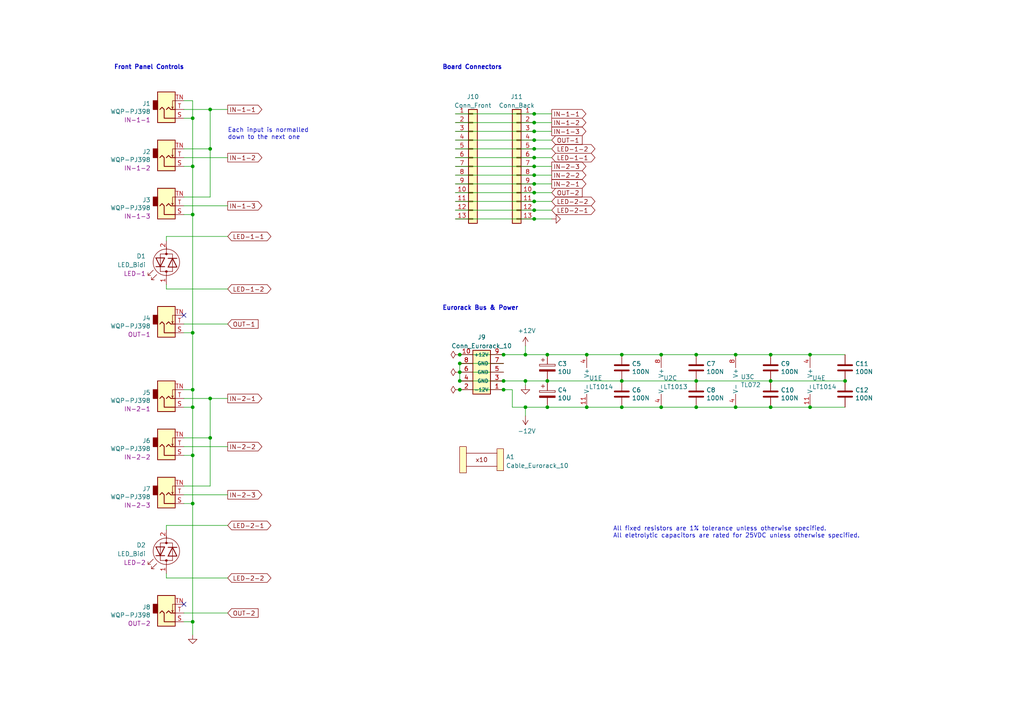
<source format=kicad_sch>
(kicad_sch (version 20211123) (generator eeschema)

  (uuid d0dfd7c1-401d-4f64-8463-f4c0813ac28f)

  (paper "A4")

  (title_block
    (title "Front Panel & Power - Eurorack Adder / Mixer")
    (date "2022-09-11")
    (rev "1.0")
    (company "Len Popp")
    (comment 1 "Copyright © 2022 Len Popp CC BY")
    (comment 2 "Eurorack precision adder & unity-gain mixer module - 4HP")
  )

  (lib_symbols
    (symbol "-lmp-opamp:LT1013" (pin_names (offset 0.127)) (in_bom yes) (on_board yes)
      (property "Reference" "U" (id 0) (at 0 5.08 0)
        (effects (font (size 1.27 1.27)) (justify left))
      )
      (property "Value" "LT1013" (id 1) (at 0 -5.08 0)
        (effects (font (size 1.27 1.27)) (justify left))
      )
      (property "Footprint" "Package_DIP:DIP-8_W7.62mm" (id 2) (at 0 0 0)
        (effects (font (size 1.27 1.27)) hide)
      )
      (property "Datasheet" "https://www.analog.com/media/en/technical-documentation/data-sheets/LT1013-LT1014.pdf" (id 3) (at 0 0 0)
        (effects (font (size 1.27 1.27)) hide)
      )
      (property "Manufacturer" "Analog Devices" (id 4) (at 0 0 0)
        (effects (font (size 1.27 1.27)) hide)
      )
      (property "ManufacturerPartNum" "LT1013CN8#PBF" (id 5) (at 0 0 0)
        (effects (font (size 1.27 1.27)) hide)
      )
      (property "Distributor" "Digi-Key" (id 6) (at 0 0 0)
        (effects (font (size 1.27 1.27)) hide)
      )
      (property "DistributorPartNum" "505-LT1013CN8#PBF-ND" (id 7) (at 0 0 0)
        (effects (font (size 1.27 1.27)) hide)
      )
      (property "DistributorPartLink" "https://www.digikey.ca/en/products/detail/analog-devices-inc/LT1013CN8-PBF/807743" (id 8) (at 0 0 0)
        (effects (font (size 1.27 1.27)) hide)
      )
      (property "Distributor2" "Mouser" (id 9) (at 0 0 0)
        (effects (font (size 1.27 1.27)) hide)
      )
      (property "DistributorPartNum2" "584-LT1013DN8#PBF" (id 10) (at 0 0 0)
        (effects (font (size 1.27 1.27)) hide)
      )
      (property "DistributorPartLink2" "https://www.mouser.ca/ProductDetail/Analog-Devices/LT1013DN8PBF?qs=ytflclh7QUVt6rxWC80hzg%3D%3D" (id 11) (at 0 0 0)
        (effects (font (size 1.27 1.27)) hide)
      )
      (property "ki_locked" "" (id 12) (at 0 0 0)
        (effects (font (size 1.27 1.27)))
      )
      (property "ki_keywords" "dual opamp" (id 13) (at 0 0 0)
        (effects (font (size 1.27 1.27)) hide)
      )
      (property "ki_description" "Dual Precision Operational Amplifiers, DIP-8/SOIC-8" (id 14) (at 0 0 0)
        (effects (font (size 1.27 1.27)) hide)
      )
      (property "ki_fp_filters" "SOIC*3.9x4.9mm*P1.27mm* DIP*W7.62mm* TO*99* OnSemi*Micro8* TSSOP*3x3mm*P0.65mm* TSSOP*4.4x3mm*P0.65mm* MSOP*3x3mm*P0.65mm* SSOP*3.9x4.9mm*P0.635mm* LFCSP*2x2mm*P0.5mm* *SIP* SOIC*5.3x6.2mm*P1.27mm*" (id 15) (at 0 0 0)
        (effects (font (size 1.27 1.27)) hide)
      )
      (symbol "LT1013_1_1"
        (polyline
          (pts
            (xy -5.08 5.08)
            (xy 5.08 0)
            (xy -5.08 -5.08)
            (xy -5.08 5.08)
          )
          (stroke (width 0.254) (type default) (color 0 0 0 0))
          (fill (type background))
        )
        (pin output line (at 7.62 0 180) (length 2.54)
          (name "~" (effects (font (size 1.27 1.27))))
          (number "1" (effects (font (size 1.27 1.27))))
        )
        (pin input line (at -7.62 -2.54 0) (length 2.54)
          (name "-" (effects (font (size 1.27 1.27))))
          (number "2" (effects (font (size 1.27 1.27))))
        )
        (pin input line (at -7.62 2.54 0) (length 2.54)
          (name "+" (effects (font (size 1.27 1.27))))
          (number "3" (effects (font (size 1.27 1.27))))
        )
      )
      (symbol "LT1013_2_1"
        (polyline
          (pts
            (xy -5.08 5.08)
            (xy 5.08 0)
            (xy -5.08 -5.08)
            (xy -5.08 5.08)
          )
          (stroke (width 0.254) (type default) (color 0 0 0 0))
          (fill (type background))
        )
        (pin input line (at -7.62 2.54 0) (length 2.54)
          (name "+" (effects (font (size 1.27 1.27))))
          (number "5" (effects (font (size 1.27 1.27))))
        )
        (pin input line (at -7.62 -2.54 0) (length 2.54)
          (name "-" (effects (font (size 1.27 1.27))))
          (number "6" (effects (font (size 1.27 1.27))))
        )
        (pin output line (at 7.62 0 180) (length 2.54)
          (name "~" (effects (font (size 1.27 1.27))))
          (number "7" (effects (font (size 1.27 1.27))))
        )
      )
      (symbol "LT1013_3_1"
        (pin power_in line (at -2.54 -7.62 90) (length 3.81)
          (name "V-" (effects (font (size 1.27 1.27))))
          (number "4" (effects (font (size 1.27 1.27))))
        )
        (pin power_in line (at -2.54 7.62 270) (length 3.81)
          (name "V+" (effects (font (size 1.27 1.27))))
          (number "8" (effects (font (size 1.27 1.27))))
        )
      )
    )
    (symbol "-lmp-opamp:LT1014" (pin_names (offset 0.127)) (in_bom yes) (on_board yes)
      (property "Reference" "U" (id 0) (at 0 5.08 0)
        (effects (font (size 1.27 1.27)) (justify left))
      )
      (property "Value" "LT1014" (id 1) (at 0 -5.08 0)
        (effects (font (size 1.27 1.27)) (justify left))
      )
      (property "Footprint" "Package_DIP:DIP-14_W7.62mm" (id 2) (at -1.27 2.54 0)
        (effects (font (size 1.27 1.27)) hide)
      )
      (property "Datasheet" "https://www.analog.com/media/en/technical-documentation/data-sheets/lt1013-lt1014.pdf" (id 3) (at 1.27 5.08 0)
        (effects (font (size 1.27 1.27)) hide)
      )
      (property "Manufacturer" "Analog Devices" (id 4) (at 0 0 0)
        (effects (font (size 1.27 1.27)) hide)
      )
      (property "ManufacturerPartNum" "LT1014DN#PBF" (id 5) (at 0 0 0)
        (effects (font (size 1.27 1.27)) hide)
      )
      (property "Distributor" "Digi-Key" (id 6) (at 0 0 0)
        (effects (font (size 1.27 1.27)) hide)
      )
      (property "DistributorPartNum" "505-LT1014DN#PBF-ND" (id 7) (at 0 0 0)
        (effects (font (size 1.27 1.27)) hide)
      )
      (property "DistributorPartLink" "https://www.digikey.ca/en/products/detail/analog-devices-inc/LT1014DN-PBF/888564" (id 8) (at 0 0 0)
        (effects (font (size 1.27 1.27)) hide)
      )
      (property "ki_locked" "" (id 9) (at 0 0 0)
        (effects (font (size 1.27 1.27)))
      )
      (property "ki_keywords" "quad opamp" (id 10) (at 0 0 0)
        (effects (font (size 1.27 1.27)) hide)
      )
      (property "ki_description" "Quad Precision Operational Amplifiers, DIP-14/SOIC-14" (id 11) (at 0 0 0)
        (effects (font (size 1.27 1.27)) hide)
      )
      (property "ki_fp_filters" "SOIC*3.9x8.7mm*P1.27mm* DIP*W7.62mm* TSSOP*4.4x5mm*P0.65mm* SSOP*5.3x6.2mm*P0.65mm* MSOP*3x3mm*P0.5mm*" (id 12) (at 0 0 0)
        (effects (font (size 1.27 1.27)) hide)
      )
      (symbol "LT1014_1_1"
        (polyline
          (pts
            (xy -5.08 5.08)
            (xy 5.08 0)
            (xy -5.08 -5.08)
            (xy -5.08 5.08)
          )
          (stroke (width 0.254) (type default) (color 0 0 0 0))
          (fill (type background))
        )
        (pin output line (at 7.62 0 180) (length 2.54)
          (name "~" (effects (font (size 1.27 1.27))))
          (number "1" (effects (font (size 1.27 1.27))))
        )
        (pin input line (at -7.62 -2.54 0) (length 2.54)
          (name "-" (effects (font (size 1.27 1.27))))
          (number "2" (effects (font (size 1.27 1.27))))
        )
        (pin input line (at -7.62 2.54 0) (length 2.54)
          (name "+" (effects (font (size 1.27 1.27))))
          (number "3" (effects (font (size 1.27 1.27))))
        )
      )
      (symbol "LT1014_2_1"
        (polyline
          (pts
            (xy -5.08 5.08)
            (xy 5.08 0)
            (xy -5.08 -5.08)
            (xy -5.08 5.08)
          )
          (stroke (width 0.254) (type default) (color 0 0 0 0))
          (fill (type background))
        )
        (pin input line (at -7.62 2.54 0) (length 2.54)
          (name "+" (effects (font (size 1.27 1.27))))
          (number "5" (effects (font (size 1.27 1.27))))
        )
        (pin input line (at -7.62 -2.54 0) (length 2.54)
          (name "-" (effects (font (size 1.27 1.27))))
          (number "6" (effects (font (size 1.27 1.27))))
        )
        (pin output line (at 7.62 0 180) (length 2.54)
          (name "~" (effects (font (size 1.27 1.27))))
          (number "7" (effects (font (size 1.27 1.27))))
        )
      )
      (symbol "LT1014_3_1"
        (polyline
          (pts
            (xy -5.08 5.08)
            (xy 5.08 0)
            (xy -5.08 -5.08)
            (xy -5.08 5.08)
          )
          (stroke (width 0.254) (type default) (color 0 0 0 0))
          (fill (type background))
        )
        (pin input line (at -7.62 2.54 0) (length 2.54)
          (name "+" (effects (font (size 1.27 1.27))))
          (number "10" (effects (font (size 1.27 1.27))))
        )
        (pin output line (at 7.62 0 180) (length 2.54)
          (name "~" (effects (font (size 1.27 1.27))))
          (number "8" (effects (font (size 1.27 1.27))))
        )
        (pin input line (at -7.62 -2.54 0) (length 2.54)
          (name "-" (effects (font (size 1.27 1.27))))
          (number "9" (effects (font (size 1.27 1.27))))
        )
      )
      (symbol "LT1014_4_1"
        (polyline
          (pts
            (xy -5.08 5.08)
            (xy 5.08 0)
            (xy -5.08 -5.08)
            (xy -5.08 5.08)
          )
          (stroke (width 0.254) (type default) (color 0 0 0 0))
          (fill (type background))
        )
        (pin input line (at -7.62 2.54 0) (length 2.54)
          (name "+" (effects (font (size 1.27 1.27))))
          (number "12" (effects (font (size 1.27 1.27))))
        )
        (pin input line (at -7.62 -2.54 0) (length 2.54)
          (name "-" (effects (font (size 1.27 1.27))))
          (number "13" (effects (font (size 1.27 1.27))))
        )
        (pin output line (at 7.62 0 180) (length 2.54)
          (name "~" (effects (font (size 1.27 1.27))))
          (number "14" (effects (font (size 1.27 1.27))))
        )
      )
      (symbol "LT1014_5_1"
        (pin power_in line (at -2.54 -7.62 90) (length 3.81)
          (name "V-" (effects (font (size 1.27 1.27))))
          (number "11" (effects (font (size 1.27 1.27))))
        )
        (pin power_in line (at -2.54 7.62 270) (length 3.81)
          (name "V+" (effects (font (size 1.27 1.27))))
          (number "4" (effects (font (size 1.27 1.27))))
        )
      )
    )
    (symbol "-lmp-opamp:TL072" (pin_names (offset 0.127)) (in_bom yes) (on_board yes)
      (property "Reference" "U" (id 0) (at 0 5.08 0)
        (effects (font (size 1.27 1.27)) (justify left))
      )
      (property "Value" "TL072" (id 1) (at 0 -5.08 0)
        (effects (font (size 1.27 1.27)) (justify left))
      )
      (property "Footprint" "Package_DIP:DIP-8_W7.62mm" (id 2) (at 0 0 0)
        (effects (font (size 1.27 1.27)) hide)
      )
      (property "Datasheet" "https://www.ti.com/lit/ds/symlink/tl072b.pdf?ts=1628812694194" (id 3) (at 0 0 0)
        (effects (font (size 1.27 1.27)) hide)
      )
      (property "Manufacturer" "Texas Instruments" (id 4) (at 0 0 0)
        (effects (font (size 1.27 1.27)) hide)
      )
      (property "ManufacturerPartNum" "TL072BCP" (id 5) (at 0 0 0)
        (effects (font (size 1.27 1.27)) hide)
      )
      (property "Distributor" "Mouser" (id 6) (at 0 0 0)
        (effects (font (size 1.27 1.27)) hide)
      )
      (property "DistributorPartNum" "595-TL072BCP" (id 7) (at 0 0 0)
        (effects (font (size 1.27 1.27)) hide)
      )
      (property "DistributorPartLink" "https://www.mouser.ca/ProductDetail/Texas-Instruments/TL072BCP?qs=p6YqzpSxLIxmo8AyZLsP4g%3D%3D" (id 8) (at 0 0 0)
        (effects (font (size 1.27 1.27)) hide)
      )
      (property "ki_locked" "" (id 9) (at 0 0 0)
        (effects (font (size 1.27 1.27)))
      )
      (property "ki_keywords" "dual opamp" (id 10) (at 0 0 0)
        (effects (font (size 1.27 1.27)) hide)
      )
      (property "ki_description" "Dual Low-Noise JFET-Input Operational Amplifiers, DIP-8/SOIC-8" (id 11) (at 0 0 0)
        (effects (font (size 1.27 1.27)) hide)
      )
      (property "ki_fp_filters" "SOIC*3.9x4.9mm*P1.27mm* DIP*W7.62mm* TO*99* OnSemi*Micro8* TSSOP*3x3mm*P0.65mm* TSSOP*4.4x3mm*P0.65mm* MSOP*3x3mm*P0.65mm* SSOP*3.9x4.9mm*P0.635mm* LFCSP*2x2mm*P0.5mm* *SIP* SOIC*5.3x6.2mm*P1.27mm*" (id 12) (at 0 0 0)
        (effects (font (size 1.27 1.27)) hide)
      )
      (symbol "TL072_1_1"
        (polyline
          (pts
            (xy -5.08 5.08)
            (xy 5.08 0)
            (xy -5.08 -5.08)
            (xy -5.08 5.08)
          )
          (stroke (width 0.254) (type default) (color 0 0 0 0))
          (fill (type background))
        )
        (pin output line (at 7.62 0 180) (length 2.54)
          (name "~" (effects (font (size 1.27 1.27))))
          (number "1" (effects (font (size 1.27 1.27))))
        )
        (pin input line (at -7.62 -2.54 0) (length 2.54)
          (name "-" (effects (font (size 1.27 1.27))))
          (number "2" (effects (font (size 1.27 1.27))))
        )
        (pin input line (at -7.62 2.54 0) (length 2.54)
          (name "+" (effects (font (size 1.27 1.27))))
          (number "3" (effects (font (size 1.27 1.27))))
        )
      )
      (symbol "TL072_2_1"
        (polyline
          (pts
            (xy -5.08 5.08)
            (xy 5.08 0)
            (xy -5.08 -5.08)
            (xy -5.08 5.08)
          )
          (stroke (width 0.254) (type default) (color 0 0 0 0))
          (fill (type background))
        )
        (pin input line (at -7.62 2.54 0) (length 2.54)
          (name "+" (effects (font (size 1.27 1.27))))
          (number "5" (effects (font (size 1.27 1.27))))
        )
        (pin input line (at -7.62 -2.54 0) (length 2.54)
          (name "-" (effects (font (size 1.27 1.27))))
          (number "6" (effects (font (size 1.27 1.27))))
        )
        (pin output line (at 7.62 0 180) (length 2.54)
          (name "~" (effects (font (size 1.27 1.27))))
          (number "7" (effects (font (size 1.27 1.27))))
        )
      )
      (symbol "TL072_3_1"
        (pin power_in line (at -2.54 -7.62 90) (length 3.81)
          (name "V-" (effects (font (size 1.27 1.27))))
          (number "4" (effects (font (size 1.27 1.27))))
        )
        (pin power_in line (at -2.54 7.62 270) (length 3.81)
          (name "V+" (effects (font (size 1.27 1.27))))
          (number "8" (effects (font (size 1.27 1.27))))
        )
      )
    )
    (symbol "-lmp-power:+12V" (power) (pin_names (offset 0)) (in_bom yes) (on_board yes)
      (property "Reference" "#PWR" (id 0) (at 0 -3.81 0)
        (effects (font (size 1.27 1.27)) hide)
      )
      (property "Value" "+12V" (id 1) (at 0 3.556 0)
        (effects (font (size 1.27 1.27)))
      )
      (property "Footprint" "" (id 2) (at 0 0 0)
        (effects (font (size 1.27 1.27)) hide)
      )
      (property "Datasheet" "" (id 3) (at 0 0 0)
        (effects (font (size 1.27 1.27)) hide)
      )
      (property "ki_keywords" "power-flag" (id 4) (at 0 0 0)
        (effects (font (size 1.27 1.27)) hide)
      )
      (property "ki_description" "Power symbol creates a global label with name \"+12V\"" (id 5) (at 0 0 0)
        (effects (font (size 1.27 1.27)) hide)
      )
      (symbol "+12V_0_1"
        (polyline
          (pts
            (xy -0.762 1.27)
            (xy 0 2.54)
          )
          (stroke (width 0) (type default) (color 0 0 0 0))
          (fill (type none))
        )
        (polyline
          (pts
            (xy 0 0)
            (xy 0 2.54)
          )
          (stroke (width 0) (type default) (color 0 0 0 0))
          (fill (type none))
        )
        (polyline
          (pts
            (xy 0 2.54)
            (xy 0.762 1.27)
          )
          (stroke (width 0) (type default) (color 0 0 0 0))
          (fill (type none))
        )
      )
      (symbol "+12V_1_1"
        (pin power_in line (at 0 0 90) (length 0) hide
          (name "+12V" (effects (font (size 1.27 1.27))))
          (number "1" (effects (font (size 1.27 1.27))))
        )
      )
    )
    (symbol "-lmp-power:-12V" (power) (pin_names (offset 0)) (in_bom yes) (on_board yes)
      (property "Reference" "#PWR" (id 0) (at 0 3.81 0)
        (effects (font (size 1.27 1.27)) hide)
      )
      (property "Value" "-12V" (id 1) (at 0 -3.556 0)
        (effects (font (size 1.27 1.27)))
      )
      (property "Footprint" "" (id 2) (at 0 0 0)
        (effects (font (size 1.27 1.27)) hide)
      )
      (property "Datasheet" "" (id 3) (at 0 0 0)
        (effects (font (size 1.27 1.27)) hide)
      )
      (property "ki_keywords" "power-flag" (id 4) (at 0 0 0)
        (effects (font (size 1.27 1.27)) hide)
      )
      (property "ki_description" "Power symbol creates a global label with name \"-12V\"" (id 5) (at 0 0 0)
        (effects (font (size 1.27 1.27)) hide)
      )
      (symbol "-12V_0_1"
        (polyline
          (pts
            (xy -0.762 -1.27)
            (xy 0 -2.54)
          )
          (stroke (width 0) (type default) (color 0 0 0 0))
          (fill (type none))
        )
        (polyline
          (pts
            (xy 0 -2.54)
            (xy 0.762 -1.27)
          )
          (stroke (width 0) (type default) (color 0 0 0 0))
          (fill (type none))
        )
        (polyline
          (pts
            (xy 0 0)
            (xy 0 -2.54)
          )
          (stroke (width 0) (type default) (color 0 0 0 0))
          (fill (type none))
        )
      )
      (symbol "-12V_1_1"
        (pin power_in line (at 0 0 270) (length 0) hide
          (name "-12V" (effects (font (size 1.27 1.27))))
          (number "1" (effects (font (size 1.27 1.27))))
        )
      )
    )
    (symbol "-lmp-power:GND" (power) (pin_numbers hide) (pin_names (offset 0) hide) (in_bom yes) (on_board yes)
      (property "Reference" "#PWR" (id 0) (at 0 -6.35 0)
        (effects (font (size 1.27 1.27)) hide)
      )
      (property "Value" "GND" (id 1) (at 0 -3.81 0)
        (effects (font (size 1.27 1.27)) hide)
      )
      (property "Footprint" "" (id 2) (at 0 0 0)
        (effects (font (size 1.27 1.27)) hide)
      )
      (property "Datasheet" "" (id 3) (at 0 0 0)
        (effects (font (size 1.27 1.27)) hide)
      )
      (property "ki_keywords" "power-flag" (id 4) (at 0 0 0)
        (effects (font (size 1.27 1.27)) hide)
      )
      (property "ki_description" "Power symbol creates a global label with name \"GND\" , ground" (id 5) (at 0 0 0)
        (effects (font (size 1.27 1.27)) hide)
      )
      (symbol "GND_0_1"
        (polyline
          (pts
            (xy 0 0)
            (xy 0 -1.27)
            (xy 1.27 -1.27)
            (xy 0 -2.54)
            (xy -1.27 -1.27)
            (xy 0 -1.27)
          )
          (stroke (width 0) (type default) (color 0 0 0 0))
          (fill (type none))
        )
      )
      (symbol "GND_1_1"
        (pin power_in line (at 0 0 270) (length 0) hide
          (name "GND" (effects (font (size 1.27 1.27))))
          (number "1" (effects (font (size 1.27 1.27))))
        )
      )
    )
    (symbol "-lmp-power:PWR_FLAG" (power) (pin_numbers hide) (pin_names (offset 0) hide) (in_bom yes) (on_board yes)
      (property "Reference" "#FLG" (id 0) (at 0 1.905 0)
        (effects (font (size 1.27 1.27)) hide)
      )
      (property "Value" "PWR_FLAG" (id 1) (at 0 3.81 0)
        (effects (font (size 1.27 1.27)))
      )
      (property "Footprint" "" (id 2) (at 0 0 0)
        (effects (font (size 1.27 1.27)) hide)
      )
      (property "Datasheet" "~" (id 3) (at 0 0 0)
        (effects (font (size 1.27 1.27)) hide)
      )
      (property "ki_keywords" "power-flag" (id 4) (at 0 0 0)
        (effects (font (size 1.27 1.27)) hide)
      )
      (property "ki_description" "Special symbol for telling ERC where power comes from" (id 5) (at 0 0 0)
        (effects (font (size 1.27 1.27)) hide)
      )
      (symbol "PWR_FLAG_0_0"
        (pin power_out line (at 0 0 90) (length 0)
          (name "pwr" (effects (font (size 1.27 1.27))))
          (number "1" (effects (font (size 1.27 1.27))))
        )
      )
      (symbol "PWR_FLAG_0_1"
        (polyline
          (pts
            (xy 0 0)
            (xy 0 1.27)
            (xy -1.016 1.905)
            (xy 0 2.54)
            (xy 1.016 1.905)
            (xy 0 1.27)
          )
          (stroke (width 0) (type default) (color 0 0 0 0))
          (fill (type none))
        )
      )
    )
    (symbol "-lmp-synth:CP_10U" (pin_numbers hide) (pin_names (offset 0.254)) (in_bom yes) (on_board yes)
      (property "Reference" "C" (id 0) (at 0.635 2.54 0)
        (effects (font (size 1.27 1.27)) (justify left))
      )
      (property "Value" "CP_10U" (id 1) (at 0.635 -2.54 0)
        (effects (font (size 1.27 1.27)) (justify left))
      )
      (property "Footprint" "-lmp-misc:CP_Radial_D5.0mm_P2.50mm" (id 2) (at 0.9652 -3.81 0)
        (effects (font (size 1.27 1.27)) hide)
      )
      (property "Datasheet" "https://www.mouser.ca/datasheet/2/315/ABA0000C1059-947582.pdf" (id 3) (at 0 -3.81 0)
        (effects (font (size 1.27 1.27)) hide)
      )
      (property "Note" "12 V decoupling" (id 4) (at 0.635 -6.35 0)
        (effects (font (size 1.27 1.27)) (justify left) hide)
      )
      (property "Manufacturer" "Panasonic" (id 5) (at 0 -3.81 0)
        (effects (font (size 1.27 1.27)) hide)
      )
      (property "ManufacturerPartNum" "ECE-A1VKS100I" (id 6) (at 0 -3.81 0)
        (effects (font (size 1.27 1.27)) hide)
      )
      (property "Distributor" "Mouser" (id 7) (at 0 -3.81 0)
        (effects (font (size 1.27 1.27)) hide)
      )
      (property "DistributorPartNum" "667-ECE-A1VKS100I" (id 8) (at 0 -3.81 0)
        (effects (font (size 1.27 1.27)) hide)
      )
      (property "DistributorPartLink" "https://www.mouser.ca/ProductDetail/667-ECE-A1VKS100I" (id 9) (at 0 -3.81 0)
        (effects (font (size 1.27 1.27)) hide)
      )
      (property "Distributor2" "Thonk" (id 10) (at 0 -3.81 0)
        (effects (font (size 1.27 1.27)) hide)
      )
      (property "DistributorPartNum2" "" (id 11) (at 0 -3.81 0)
        (effects (font (size 1.27 1.27)) hide)
      )
      (property "DistributorPartLink2" "https://www.thonk.co.uk/shop/eurorack-diy-essentials/" (id 12) (at 0 -3.81 0)
        (effects (font (size 1.27 1.27)) hide)
      )
      (property "ki_keywords" "cap capacitor electrolytic" (id 13) (at 0 0 0)
        (effects (font (size 1.27 1.27)) hide)
      )
      (property "ki_description" "Capacitor - Electrolytic - 12 V decoupling" (id 14) (at 0 0 0)
        (effects (font (size 1.27 1.27)) hide)
      )
      (property "ki_fp_filters" "CP_*" (id 15) (at 0 0 0)
        (effects (font (size 1.27 1.27)) hide)
      )
      (symbol "CP_10U_0_1"
        (rectangle (start -2.286 0.508) (end 2.286 1.016)
          (stroke (width 0) (type default) (color 0 0 0 0))
          (fill (type none))
        )
        (polyline
          (pts
            (xy -1.778 2.286)
            (xy -0.762 2.286)
          )
          (stroke (width 0) (type default) (color 0 0 0 0))
          (fill (type none))
        )
        (polyline
          (pts
            (xy -1.27 2.794)
            (xy -1.27 1.778)
          )
          (stroke (width 0) (type default) (color 0 0 0 0))
          (fill (type none))
        )
        (rectangle (start 2.286 -0.508) (end -2.286 -1.016)
          (stroke (width 0) (type default) (color 0 0 0 0))
          (fill (type outline))
        )
      )
      (symbol "CP_10U_1_1"
        (pin passive line (at 0 3.81 270) (length 2.794)
          (name "~" (effects (font (size 1.27 1.27))))
          (number "1" (effects (font (size 1.27 1.27))))
        )
        (pin passive line (at 0 -3.81 90) (length 2.794)
          (name "~" (effects (font (size 1.27 1.27))))
          (number "2" (effects (font (size 1.27 1.27))))
        )
      )
    )
    (symbol "-lmp-synth:Cable_Eurorack_10" (in_bom yes) (on_board no)
      (property "Reference" "A" (id 0) (at 0 8.255 0)
        (effects (font (size 1.27 1.27)))
      )
      (property "Value" "Cable_Eurorack_10" (id 1) (at 0 5.715 0)
        (effects (font (size 1.27 1.27)))
      )
      (property "Footprint" "-lmp-misc:NoFootprint" (id 2) (at 0.635 -5.08 0)
        (effects (font (size 1.27 1.27)) hide)
      )
      (property "Datasheet" "" (id 3) (at 0 8.255 0)
        (effects (font (size 1.27 1.27)) hide)
      )
      (property "Note" "Length as required" (id 4) (at 0 -2.54 0)
        (effects (font (size 1.27 1.27)) hide)
      )
      (property "Distributor" "Thonk" (id 5) (at 0 -5.08 0)
        (effects (font (size 1.27 1.27)) hide)
      )
      (property "DistributorPartLink" "https://www.thonk.co.uk/shop/eurorack-power-cables/" (id 6) (at 0 -5.08 0)
        (effects (font (size 1.27 1.27)) hide)
      )
      (property "Distributor2" "SynthCube" (id 7) (at 0 -5.08 0)
        (effects (font (size 1.27 1.27)) hide)
      )
      (property "DistributorPartLink2" "https://synthcube.com/cart/eurorack-ribbon-power-cables" (id 8) (at 0 -5.08 0)
        (effects (font (size 1.27 1.27)) hide)
      )
      (property "Distributor3" "Modular Addict" (id 9) (at 0 -5.08 0)
        (effects (font (size 1.27 1.27)) hide)
      )
      (property "DistributorPartLink3" "https://modularaddict.com/parts/eurorack-power-cables-1" (id 10) (at 0 -5.08 0)
        (effects (font (size 1.27 1.27)) hide)
      )
      (property "ki_keywords" "Eurorack 10 power cable" (id 11) (at 0 0 0)
        (effects (font (size 1.27 1.27)) hide)
      )
      (property "ki_description" "Eurorack 16-10 pin power cable" (id 12) (at 0 0 0)
        (effects (font (size 1.27 1.27)) hide)
      )
      (symbol "Cable_Eurorack_10_0_0"
        (text "x10" (at 0 0 0)
          (effects (font (size 1.27 1.27)))
        )
      )
      (symbol "Cable_Eurorack_10_0_1"
        (rectangle (start -6.35 3.81) (end -4.445 -3.81)
          (stroke (width 0.1524) (type default) (color 0 0 0 0))
          (fill (type background))
        )
        (polyline
          (pts
            (xy -4.445 -1.905)
            (xy 4.445 -1.905)
          )
          (stroke (width 0.1524) (type default) (color 0 0 0 0))
          (fill (type none))
        )
        (polyline
          (pts
            (xy -4.445 1.905)
            (xy 4.445 1.905)
          )
          (stroke (width 0.1524) (type default) (color 0 0 0 0))
          (fill (type none))
        )
        (rectangle (start 4.445 3.175) (end 6.35 -3.175)
          (stroke (width 0.1524) (type default) (color 0 0 0 0))
          (fill (type background))
        )
      )
    )
    (symbol "-lmp-synth:Conn_Eurorack_Pwr_10" (in_bom yes) (on_board yes)
      (property "Reference" "J" (id 0) (at 1.27 7.62 0)
        (effects (font (size 1.27 1.27)))
      )
      (property "Value" "Conn_Eurorack_Pwr_10" (id 1) (at 1.27 -7.62 0)
        (effects (font (size 1.27 1.27)))
      )
      (property "Footprint" "-lmp-synth:IDC-Header-Eurorack-10-TH" (id 2) (at 2.54 -9.144 0)
        (effects (font (size 1.27 1.27)) hide)
      )
      (property "Datasheet" "https://www.mouser.ca/datasheet/2/445/61201021621-1717731.pdf" (id 3) (at 2.54 0 0)
        (effects (font (size 1.27 1.27)) hide)
      )
      (property "Manufacturer" "Wurth Elektronik" (id 4) (at 1.524 -9.398 0)
        (effects (font (size 1.27 1.27)) hide)
      )
      (property "ManufacturerPartNum" "61201021621" (id 5) (at 1.524 -9.398 0)
        (effects (font (size 1.27 1.27)) hide)
      )
      (property "Distributor" "Mouser" (id 6) (at 1.524 -9.144 0)
        (effects (font (size 1.27 1.27)) hide)
      )
      (property "DistributorPartNum" "710-61201021621" (id 7) (at 1.524 -9.398 0)
        (effects (font (size 1.27 1.27)) hide)
      )
      (property "DistributorPartLink" "https://www.mouser.ca/ProductDetail/Wurth-Elektronik/61201021621?qs=%2Fha2pyFadugkhyfdWLPRIwz9kroMfF%252BXZWEETFcVSqiQRaqHzEC2RQ%3D%3D" (id 8) (at 1.524 -9.398 0)
        (effects (font (size 1.27 1.27)) hide)
      )
      (property "Distributor2" "Thonk" (id 9) (at 0 0 0)
        (effects (font (size 1.27 1.27)) hide)
      )
      (property "DistributorPartNum2" "" (id 10) (at 0 0 0)
        (effects (font (size 1.27 1.27)) hide)
      )
      (property "DistributorPartLink2" "https://www.thonk.co.uk/shop/eurorack-diy-essentials/" (id 11) (at 0 0 0)
        (effects (font (size 1.27 1.27)) hide)
      )
      (property "ki_keywords" "connector Eurorack" (id 12) (at 0 0 0)
        (effects (font (size 1.27 1.27)) hide)
      )
      (property "ki_description" "Eurorack 10-pin board power connector" (id 13) (at 0 0 0)
        (effects (font (size 1.27 1.27)) hide)
      )
      (property "ki_fp_filters" "Connector*:*_2x??_*" (id 14) (at 0 0 0)
        (effects (font (size 1.27 1.27)) hide)
      )
      (symbol "Conn_Eurorack_Pwr_10_1_1"
        (rectangle (start 3.81 -6.35) (end -1.27 6.35)
          (stroke (width 0.254) (type default) (color 0 0 0 0))
          (fill (type background))
        )
        (pin power_in line (at 7.62 -5.08 180) (length 3.81)
          (name "-12V" (effects (font (size 1.016 1.016))))
          (number "1" (effects (font (size 1.27 1.27))))
        )
        (pin power_in line (at -5.08 5.08 0) (length 3.81)
          (name "~" (effects (font (size 1.27 1.27))))
          (number "10" (effects (font (size 1.27 1.27))))
        )
        (pin power_in line (at -5.08 -5.08 0) (length 3.81)
          (name "~" (effects (font (size 1.016 1.016))))
          (number "2" (effects (font (size 1.27 1.27))))
        )
        (pin power_in line (at 7.62 -2.54 180) (length 3.81)
          (name "GND" (effects (font (size 1.016 1.016))))
          (number "3" (effects (font (size 1.27 1.27))))
        )
        (pin power_in line (at -5.08 -2.54 0) (length 3.81)
          (name "~" (effects (font (size 1.27 1.27))))
          (number "4" (effects (font (size 1.27 1.27))))
        )
        (pin power_in line (at 7.62 0 180) (length 3.81)
          (name "GND" (effects (font (size 1.016 1.016))))
          (number "5" (effects (font (size 1.27 1.27))))
        )
        (pin power_in line (at -5.08 0 0) (length 3.81)
          (name "~" (effects (font (size 1.27 1.27))))
          (number "6" (effects (font (size 1.27 1.27))))
        )
        (pin power_in line (at 7.62 2.54 180) (length 3.81)
          (name "GND" (effects (font (size 1.016 1.016))))
          (number "7" (effects (font (size 1.27 1.27))))
        )
        (pin power_in line (at -5.08 2.54 0) (length 3.81)
          (name "~" (effects (font (size 1.27 1.27))))
          (number "8" (effects (font (size 1.27 1.27))))
        )
        (pin power_in line (at 7.62 5.08 180) (length 3.81)
          (name "+12V" (effects (font (size 1.016 1.016))))
          (number "9" (effects (font (size 1.27 1.27))))
        )
      )
    )
    (symbol "-lmp-synth:Jack_WQP-PJ398" (in_bom yes) (on_board yes)
      (property "Reference" "J" (id 0) (at 0 10.033 0)
        (effects (font (size 1.27 1.27)))
      )
      (property "Value" "Jack_WQP-PJ398" (id 1) (at 0 7.62 0)
        (effects (font (size 1.27 1.27)))
      )
      (property "Footprint" "-lmp-synth:Jack_3.5mm_QingPu_WQP-PJ398SM_Vertical" (id 2) (at 0 0 0)
        (effects (font (size 1.27 1.27)) hide)
      )
      (property "Datasheet" "http://www.qingpu-electronics.com/en/products/WQP-PJ398SM-362.html" (id 3) (at 0 0 0)
        (effects (font (size 1.27 1.27)) hide)
      )
      (property "Label" "[label]" (id 4) (at 0 5.207 0)
        (effects (font (size 1.27 1.27)))
      )
      (property "Manufacturer" "QingPu / Thonk" (id 5) (at 0 0 0)
        (effects (font (size 1.27 1.27)) hide)
      )
      (property "ManufacturerPartNum" "PJ398SM / WQP518MA" (id 6) (at 0 0 0)
        (effects (font (size 1.27 1.27)) hide)
      )
      (property "Distributor" "Thonk" (id 7) (at 0 0 0)
        (effects (font (size 1.27 1.27)) hide)
      )
      (property "DistributorPartNum" "PJ398SM" (id 8) (at 0 0 0)
        (effects (font (size 1.27 1.27)) hide)
      )
      (property "DistributorPartLink" "https://www.thonk.co.uk/shop/thonkiconn/" (id 9) (at 0 0 0)
        (effects (font (size 1.27 1.27)) hide)
      )
      (property "Distributor2" "SynthCube" (id 10) (at 0 0 0)
        (effects (font (size 1.27 1.27)) hide)
      )
      (property "DistributorPartNum2" "WQP518MA" (id 11) (at 0 0 0)
        (effects (font (size 1.27 1.27)) hide)
      )
      (property "DistributorPartLink2" "https://synthcube.com/cart/3-5mm-euro-jacks" (id 12) (at 0 0 0)
        (effects (font (size 1.27 1.27)) hide)
      )
      (property "Distributor3" "Adafruit" (id 13) (at 0 0 0)
        (effects (font (size 1.27 1.27)) hide)
      )
      (property "DistributorPartNum3" "4031" (id 14) (at 0 0 0)
        (effects (font (size 1.27 1.27)) hide)
      )
      (property "DistributorPartLink3" "https://www.adafruit.com/product/4031" (id 15) (at 0 0 0)
        (effects (font (size 1.27 1.27)) hide)
      )
      (property "ki_keywords" "audio jack receptacle mono headphones phone TS connector QingPu Thonkiconn" (id 16) (at 0 0 0)
        (effects (font (size 1.27 1.27)) hide)
      )
      (property "ki_description" "Audio Jack, 2 Poles (Mono / TS), Switched T Pole (Normalling), QingPu / Thonkiconn" (id 17) (at 0 0 0)
        (effects (font (size 1.27 1.27)) hide)
      )
      (property "ki_fp_filters" "Jack*" (id 18) (at 0 0 0)
        (effects (font (size 1.27 1.27)) hide)
      )
      (symbol "Jack_WQP-PJ398_0_1"
        (rectangle (start -2.54 0) (end -3.81 -2.54)
          (stroke (width 0.254) (type default) (color 0 0 0 0))
          (fill (type outline))
        )
        (polyline
          (pts
            (xy 1.778 -0.254)
            (xy 2.032 -0.762)
          )
          (stroke (width 0) (type default) (color 0 0 0 0))
          (fill (type none))
        )
        (polyline
          (pts
            (xy 0 0)
            (xy 0.635 -0.635)
            (xy 1.27 0)
            (xy 2.54 0)
          )
          (stroke (width 0.254) (type default) (color 0 0 0 0))
          (fill (type none))
        )
        (polyline
          (pts
            (xy 2.54 -2.54)
            (xy 1.778 -2.54)
            (xy 1.778 -0.254)
            (xy 1.524 -0.762)
          )
          (stroke (width 0) (type default) (color 0 0 0 0))
          (fill (type none))
        )
        (polyline
          (pts
            (xy 2.54 2.54)
            (xy -0.635 2.54)
            (xy -0.635 0)
            (xy -1.27 -0.635)
            (xy -1.905 0)
          )
          (stroke (width 0.254) (type default) (color 0 0 0 0))
          (fill (type none))
        )
        (rectangle (start 2.54 3.81) (end -2.54 -5.08)
          (stroke (width 0.254) (type default) (color 0 0 0 0))
          (fill (type background))
        )
      )
      (symbol "Jack_WQP-PJ398_1_1"
        (pin passive line (at 5.08 2.54 180) (length 2.54)
          (name "~" (effects (font (size 1.27 1.27))))
          (number "S" (effects (font (size 1.27 1.27))))
        )
        (pin passive line (at 5.08 0 180) (length 2.54)
          (name "~" (effects (font (size 1.27 1.27))))
          (number "T" (effects (font (size 1.27 1.27))))
        )
        (pin passive line (at 5.08 -2.54 180) (length 2.54)
          (name "~" (effects (font (size 1.27 1.27))))
          (number "TN" (effects (font (size 1.27 1.27))))
        )
      )
    )
    (symbol "-lmp-synth:LED_Dual_3mm_Yellow_Green_Bidi" (pin_names (offset 0) hide) (in_bom yes) (on_board yes)
      (property "Reference" "D" (id 0) (at 0 5.08 0)
        (effects (font (size 1.27 1.27)))
      )
      (property "Value" "LED_Dual_3mm_Yellow_Green_Bidi" (id 1) (at 0 -5.08 0)
        (effects (font (size 1.27 1.27)))
      )
      (property "Footprint" "LED_THT:LED_D3.0mm" (id 2) (at 0 -7.62 0)
        (effects (font (size 1.27 1.27)) hide)
      )
      (property "Datasheet" "https://www.mouser.ca/datasheet/2/216/WP937GYW-49419.pdf" (id 3) (at 0 -7.62 0)
        (effects (font (size 1.27 1.27)) hide)
      )
      (property "Label" "[label]" (id 4) (at 0 -7.62 0)
        (effects (font (size 1.27 1.27)))
      )
      (property "Manufacturer" "Kingbright" (id 5) (at 0 -7.62 0)
        (effects (font (size 1.27 1.27)) hide)
      )
      (property "ManufacturerPartNum" "WP937GYW" (id 6) (at 0 -7.62 0)
        (effects (font (size 1.27 1.27)) hide)
      )
      (property "Distributor" "Mouser" (id 7) (at 0 -7.62 0)
        (effects (font (size 1.27 1.27)) hide)
      )
      (property "DistributorPartNum" "604-WP937GYW" (id 8) (at 0 -7.62 0)
        (effects (font (size 1.27 1.27)) hide)
      )
      (property "DistributorPartLink" "https://www.mouser.ca/ProductDetail/Kingbright/WP937GYW?qs=pYCps6XRS2BGAhGpbeAyzQ%3D%3D" (id 9) (at 0 -7.62 0)
        (effects (font (size 1.27 1.27)) hide)
      )
      (property "ki_keywords" "LED diode bicolor dual red green" (id 10) (at 0 0 0)
        (effects (font (size 1.27 1.27)) hide)
      )
      (property "ki_description" "Dual LED, red and green, common cathode on pin 2" (id 11) (at 0 0 0)
        (effects (font (size 1.27 1.27)) hide)
      )
      (property "ki_fp_filters" "LED* LED_SMD:* LED_THT:*" (id 12) (at 0 0 0)
        (effects (font (size 1.27 1.27)) hide)
      )
      (symbol "LED_Dual_3mm_Yellow_Green_Bidi_0_1"
        (circle (center -2.54 0) (radius 0.2794)
          (stroke (width 0) (type default) (color 0 0 0 0))
          (fill (type outline))
        )
        (circle (center -0.127 0) (radius 3.8354)
          (stroke (width 0) (type default) (color 0 0 0 0))
          (fill (type none))
        )
        (polyline
          (pts
            (xy -4.572 0)
            (xy -2.54 0)
          )
          (stroke (width 0) (type default) (color 0 0 0 0))
          (fill (type none))
        )
        (polyline
          (pts
            (xy -1.27 -0.508)
            (xy -1.27 -3.048)
          )
          (stroke (width 0.254) (type default) (color 0 0 0 0))
          (fill (type none))
        )
        (polyline
          (pts
            (xy 1.143 0.508)
            (xy 1.143 3.048)
          )
          (stroke (width 0.254) (type default) (color 0 0 0 0))
          (fill (type none))
        )
        (polyline
          (pts
            (xy 2.54 -1.778)
            (xy 2.032 -1.778)
          )
          (stroke (width 0) (type default) (color 0 0 0 0))
          (fill (type none))
        )
        (polyline
          (pts
            (xy 2.54 -1.778)
            (xy 2.54 1.778)
          )
          (stroke (width 0) (type default) (color 0 0 0 0))
          (fill (type none))
        )
        (polyline
          (pts
            (xy 2.54 1.778)
            (xy 1.905 1.778)
          )
          (stroke (width 0) (type default) (color 0 0 0 0))
          (fill (type none))
        )
        (polyline
          (pts
            (xy 3.81 0)
            (xy 2.54 0)
          )
          (stroke (width 0) (type default) (color 0 0 0 0))
          (fill (type none))
        )
        (polyline
          (pts
            (xy -1.397 3.048)
            (xy -1.397 0.508)
            (xy 1.143 1.778)
            (xy -1.397 3.048)
          )
          (stroke (width 0.254) (type default) (color 0 0 0 0))
          (fill (type none))
        )
        (polyline
          (pts
            (xy 1.27 -0.508)
            (xy 1.27 -3.048)
            (xy -1.27 -1.778)
            (xy 1.27 -0.508)
          )
          (stroke (width 0.254) (type default) (color 0 0 0 0))
          (fill (type none))
        )
        (polyline
          (pts
            (xy 1.905 -1.778)
            (xy -2.54 -1.778)
            (xy -2.54 1.778)
            (xy 0.254 1.778)
            (xy 2.032 1.778)
          )
          (stroke (width 0) (type default) (color 0 0 0 0))
          (fill (type none))
        )
        (polyline
          (pts
            (xy 2.159 3.81)
            (xy 3.683 5.334)
            (xy 2.921 5.334)
            (xy 3.683 5.334)
            (xy 3.683 4.572)
          )
          (stroke (width 0) (type default) (color 0 0 0 0))
          (fill (type none))
        )
        (polyline
          (pts
            (xy 3.429 2.794)
            (xy 4.953 4.318)
            (xy 4.191 4.318)
            (xy 4.953 4.318)
            (xy 4.953 3.556)
          )
          (stroke (width 0) (type default) (color 0 0 0 0))
          (fill (type none))
        )
      )
      (symbol "LED_Dual_3mm_Yellow_Green_Bidi_1_1"
        (circle (center 2.54 0) (radius 0.2794)
          (stroke (width 0) (type default) (color 0 0 0 0))
          (fill (type outline))
        )
        (pin input line (at 6.35 0 180) (length 2.54)
          (name "1" (effects (font (size 1.27 1.27))))
          (number "1" (effects (font (size 1.27 1.27))))
        )
        (pin input line (at -6.35 0 0) (length 2.54)
          (name "2" (effects (font (size 1.27 1.27))))
          (number "2" (effects (font (size 1.27 1.27))))
        )
      )
    )
    (symbol "-lmp:CC_100N" (pin_numbers hide) (pin_names (offset 0.254)) (in_bom yes) (on_board yes)
      (property "Reference" "C" (id 0) (at 0.635 2.54 0)
        (effects (font (size 1.27 1.27)) (justify left))
      )
      (property "Value" "CC_100N" (id 1) (at 0.635 -2.54 0)
        (effects (font (size 1.27 1.27)) (justify left))
      )
      (property "Footprint" "-lmp-misc:C_Disc_D5.0mm_W2.5mm_P2.50mm" (id 2) (at 0.9652 -3.81 0)
        (effects (font (size 1.27 1.27)) hide)
      )
      (property "Datasheet" "https://product.tdk.com/system/files/dam/doc/product/capacitor/ceramic/lead-mlcc/catalog/leadmlcc_halogenfree_fg_en.pdf" (id 3) (at -0.635 -3.81 0)
        (effects (font (size 1.27 1.27)) hide)
      )
      (property "Note" "IC decoupling" (id 4) (at 0.635 -5.08 0)
        (effects (font (size 1.27 1.27)) (justify left) hide)
      )
      (property "Manufacturer" "TDK" (id 5) (at 0 0 0)
        (effects (font (size 1.27 1.27)) hide)
      )
      (property "ManufacturerPartNum" "FG18X7R1H104KNT06" (id 6) (at 0 0 0)
        (effects (font (size 1.27 1.27)) hide)
      )
      (property "Distributor" "Mouser" (id 7) (at 0 0 0)
        (effects (font (size 1.27 1.27)) hide)
      )
      (property "DistributorPartNum" "810-FG18X7R1H104KNT6" (id 8) (at 0 0 0)
        (effects (font (size 1.27 1.27)) hide)
      )
      (property "DistributorPartLink" "https://www.mouser.ca/ProductDetail/810-FG18X7R1H104KNT6" (id 9) (at 0 0 0)
        (effects (font (size 1.27 1.27)) hide)
      )
      (property "ki_keywords" "cap capacitor ceramic" (id 10) (at 0 0 0)
        (effects (font (size 1.27 1.27)) hide)
      )
      (property "ki_description" "Capacitor - Ceramic - IC decoupling" (id 11) (at 0 0 0)
        (effects (font (size 1.27 1.27)) hide)
      )
      (property "ki_fp_filters" "C_*" (id 12) (at 0 0 0)
        (effects (font (size 1.27 1.27)) hide)
      )
      (symbol "CC_100N_0_1"
        (polyline
          (pts
            (xy -2.032 -0.762)
            (xy 2.032 -0.762)
          )
          (stroke (width 0.508) (type default) (color 0 0 0 0))
          (fill (type none))
        )
        (polyline
          (pts
            (xy -2.032 0.762)
            (xy 2.032 0.762)
          )
          (stroke (width 0.508) (type default) (color 0 0 0 0))
          (fill (type none))
        )
      )
      (symbol "CC_100N_1_1"
        (pin passive line (at 0 3.81 270) (length 2.794)
          (name "~" (effects (font (size 1.27 1.27))))
          (number "1" (effects (font (size 1.27 1.27))))
        )
        (pin passive line (at 0 -3.81 90) (length 2.794)
          (name "~" (effects (font (size 1.27 1.27))))
          (number "2" (effects (font (size 1.27 1.27))))
        )
      )
    )
    (symbol "Connector_Generic:Conn_01x13" (pin_names (offset 1.016) hide) (in_bom yes) (on_board yes)
      (property "Reference" "J" (id 0) (at 0 17.78 0)
        (effects (font (size 1.27 1.27)))
      )
      (property "Value" "Conn_01x13" (id 1) (at 0 -17.78 0)
        (effects (font (size 1.27 1.27)))
      )
      (property "Footprint" "" (id 2) (at 0 0 0)
        (effects (font (size 1.27 1.27)) hide)
      )
      (property "Datasheet" "~" (id 3) (at 0 0 0)
        (effects (font (size 1.27 1.27)) hide)
      )
      (property "ki_keywords" "connector" (id 4) (at 0 0 0)
        (effects (font (size 1.27 1.27)) hide)
      )
      (property "ki_description" "Generic connector, single row, 01x13, script generated (kicad-library-utils/schlib/autogen/connector/)" (id 5) (at 0 0 0)
        (effects (font (size 1.27 1.27)) hide)
      )
      (property "ki_fp_filters" "Connector*:*_1x??_*" (id 6) (at 0 0 0)
        (effects (font (size 1.27 1.27)) hide)
      )
      (symbol "Conn_01x13_1_1"
        (rectangle (start -1.27 -15.113) (end 0 -15.367)
          (stroke (width 0.1524) (type default) (color 0 0 0 0))
          (fill (type none))
        )
        (rectangle (start -1.27 -12.573) (end 0 -12.827)
          (stroke (width 0.1524) (type default) (color 0 0 0 0))
          (fill (type none))
        )
        (rectangle (start -1.27 -10.033) (end 0 -10.287)
          (stroke (width 0.1524) (type default) (color 0 0 0 0))
          (fill (type none))
        )
        (rectangle (start -1.27 -7.493) (end 0 -7.747)
          (stroke (width 0.1524) (type default) (color 0 0 0 0))
          (fill (type none))
        )
        (rectangle (start -1.27 -4.953) (end 0 -5.207)
          (stroke (width 0.1524) (type default) (color 0 0 0 0))
          (fill (type none))
        )
        (rectangle (start -1.27 -2.413) (end 0 -2.667)
          (stroke (width 0.1524) (type default) (color 0 0 0 0))
          (fill (type none))
        )
        (rectangle (start -1.27 0.127) (end 0 -0.127)
          (stroke (width 0.1524) (type default) (color 0 0 0 0))
          (fill (type none))
        )
        (rectangle (start -1.27 2.667) (end 0 2.413)
          (stroke (width 0.1524) (type default) (color 0 0 0 0))
          (fill (type none))
        )
        (rectangle (start -1.27 5.207) (end 0 4.953)
          (stroke (width 0.1524) (type default) (color 0 0 0 0))
          (fill (type none))
        )
        (rectangle (start -1.27 7.747) (end 0 7.493)
          (stroke (width 0.1524) (type default) (color 0 0 0 0))
          (fill (type none))
        )
        (rectangle (start -1.27 10.287) (end 0 10.033)
          (stroke (width 0.1524) (type default) (color 0 0 0 0))
          (fill (type none))
        )
        (rectangle (start -1.27 12.827) (end 0 12.573)
          (stroke (width 0.1524) (type default) (color 0 0 0 0))
          (fill (type none))
        )
        (rectangle (start -1.27 15.367) (end 0 15.113)
          (stroke (width 0.1524) (type default) (color 0 0 0 0))
          (fill (type none))
        )
        (rectangle (start -1.27 16.51) (end 1.27 -16.51)
          (stroke (width 0.254) (type default) (color 0 0 0 0))
          (fill (type background))
        )
        (pin passive line (at -5.08 15.24 0) (length 3.81)
          (name "Pin_1" (effects (font (size 1.27 1.27))))
          (number "1" (effects (font (size 1.27 1.27))))
        )
        (pin passive line (at -5.08 -7.62 0) (length 3.81)
          (name "Pin_10" (effects (font (size 1.27 1.27))))
          (number "10" (effects (font (size 1.27 1.27))))
        )
        (pin passive line (at -5.08 -10.16 0) (length 3.81)
          (name "Pin_11" (effects (font (size 1.27 1.27))))
          (number "11" (effects (font (size 1.27 1.27))))
        )
        (pin passive line (at -5.08 -12.7 0) (length 3.81)
          (name "Pin_12" (effects (font (size 1.27 1.27))))
          (number "12" (effects (font (size 1.27 1.27))))
        )
        (pin passive line (at -5.08 -15.24 0) (length 3.81)
          (name "Pin_13" (effects (font (size 1.27 1.27))))
          (number "13" (effects (font (size 1.27 1.27))))
        )
        (pin passive line (at -5.08 12.7 0) (length 3.81)
          (name "Pin_2" (effects (font (size 1.27 1.27))))
          (number "2" (effects (font (size 1.27 1.27))))
        )
        (pin passive line (at -5.08 10.16 0) (length 3.81)
          (name "Pin_3" (effects (font (size 1.27 1.27))))
          (number "3" (effects (font (size 1.27 1.27))))
        )
        (pin passive line (at -5.08 7.62 0) (length 3.81)
          (name "Pin_4" (effects (font (size 1.27 1.27))))
          (number "4" (effects (font (size 1.27 1.27))))
        )
        (pin passive line (at -5.08 5.08 0) (length 3.81)
          (name "Pin_5" (effects (font (size 1.27 1.27))))
          (number "5" (effects (font (size 1.27 1.27))))
        )
        (pin passive line (at -5.08 2.54 0) (length 3.81)
          (name "Pin_6" (effects (font (size 1.27 1.27))))
          (number "6" (effects (font (size 1.27 1.27))))
        )
        (pin passive line (at -5.08 0 0) (length 3.81)
          (name "Pin_7" (effects (font (size 1.27 1.27))))
          (number "7" (effects (font (size 1.27 1.27))))
        )
        (pin passive line (at -5.08 -2.54 0) (length 3.81)
          (name "Pin_8" (effects (font (size 1.27 1.27))))
          (number "8" (effects (font (size 1.27 1.27))))
        )
        (pin passive line (at -5.08 -5.08 0) (length 3.81)
          (name "Pin_9" (effects (font (size 1.27 1.27))))
          (number "9" (effects (font (size 1.27 1.27))))
        )
      )
    )
  )

  (junction (at 154.94 38.1) (diameter 0) (color 0 0 0 0)
    (uuid 0eaa98f0-9565-4637-ace3-42a5231b07f7)
  )
  (junction (at 154.94 45.72) (diameter 0) (color 0 0 0 0)
    (uuid 127679a9-3981-4934-815e-896a4e3ff56e)
  )
  (junction (at 154.94 50.8) (diameter 0) (color 0 0 0 0)
    (uuid 1831fb37-1c5d-42c4-b898-151be6fca9dc)
  )
  (junction (at 158.75 110.49) (diameter 0) (color 0 0 0 0)
    (uuid 1a6d2848-e78e-49fe-8978-e1890f07836f)
  )
  (junction (at 154.94 58.42) (diameter 0) (color 0 0 0 0)
    (uuid 22999e73-da32-43a5-9163-4b3a41614f25)
  )
  (junction (at 223.52 110.49) (diameter 0) (color 0 0 0 0)
    (uuid 2472342d-4a1a-4886-9a51-bc2b54b602bc)
  )
  (junction (at 55.88 62.23) (diameter 0) (color 0 0 0 0)
    (uuid 2d697cf0-e02e-4ed1-a048-a704dab0ee43)
  )
  (junction (at 180.34 110.49) (diameter 0) (color 0 0 0 0)
    (uuid 31e08896-1992-4725-96d9-9d2728bca7a3)
  )
  (junction (at 201.93 102.87) (diameter 0) (color 0 0 0 0)
    (uuid 31e64526-e5bf-4260-8d30-3d4caafa08d5)
  )
  (junction (at 245.11 110.49) (diameter 0) (color 0 0 0 0)
    (uuid 362c0d95-5271-400d-b761-dc6f0787d244)
  )
  (junction (at 55.88 34.29) (diameter 0) (color 0 0 0 0)
    (uuid 423aa373-59f7-4170-846e-9756e146b8e5)
  )
  (junction (at 158.75 102.87) (diameter 0) (color 0 0 0 0)
    (uuid 45008225-f50f-4d6b-b508-6730a9408caf)
  )
  (junction (at 133.35 107.95) (diameter 0) (color 0 0 0 0)
    (uuid 4780a290-d25c-4459-9579-eba3f7678762)
  )
  (junction (at 170.18 102.87) (diameter 0) (color 0 0 0 0)
    (uuid 4ce74b1e-1cdc-40df-8b14-0199a7e6005d)
  )
  (junction (at 154.94 60.96) (diameter 0) (color 0 0 0 0)
    (uuid 597a11f2-5d2c-4a65-ac95-38ad106e1367)
  )
  (junction (at 154.94 63.5) (diameter 0) (color 0 0 0 0)
    (uuid 59ec3156-036e-4049-89db-91a9dd07095f)
  )
  (junction (at 191.77 118.11) (diameter 0) (color 0 0 0 0)
    (uuid 61533de9-0865-4c4a-9c79-23ec0626a699)
  )
  (junction (at 60.96 31.75) (diameter 0) (color 0 0 0 0)
    (uuid 61644617-5caa-4d2d-9a20-fe35a3e8db53)
  )
  (junction (at 152.4 102.87) (diameter 0) (color 0 0 0 0)
    (uuid 6482e6e1-50f0-48ab-a8a8-2c8d70e25c81)
  )
  (junction (at 180.34 118.11) (diameter 0) (color 0 0 0 0)
    (uuid 6a4895fe-96ae-4ac5-b18a-dc8cfb8e87a1)
  )
  (junction (at 55.88 96.52) (diameter 0) (color 0 0 0 0)
    (uuid 6e68f0cd-800e-4167-9553-71fc59da1eeb)
  )
  (junction (at 133.35 110.49) (diameter 0) (color 0 0 0 0)
    (uuid 723fe51b-716a-45f5-ac24-5e8d31d814e6)
  )
  (junction (at 55.88 132.08) (diameter 0) (color 0 0 0 0)
    (uuid 7672ef91-2eee-4217-a40a-3dca76382983)
  )
  (junction (at 201.93 110.49) (diameter 0) (color 0 0 0 0)
    (uuid 77895446-810f-468e-b6be-879f1a67f110)
  )
  (junction (at 213.36 118.11) (diameter 0) (color 0 0 0 0)
    (uuid 7893b779-a450-47c2-a0d7-d3c2dd3f932b)
  )
  (junction (at 55.88 180.34) (diameter 0) (color 0 0 0 0)
    (uuid 7c88d56d-1cec-4270-a1d2-9bca3be04703)
  )
  (junction (at 146.05 113.03) (diameter 0) (color 0 0 0 0)
    (uuid 80b3c10e-406c-41dc-b248-bcc1c8a0727f)
  )
  (junction (at 154.94 40.64) (diameter 0) (color 0 0 0 0)
    (uuid 8174b4de-74b1-48db-ab8e-c8432251095b)
  )
  (junction (at 146.05 102.87) (diameter 0) (color 0 0 0 0)
    (uuid 8ca45ff6-3156-4578-855b-237bd6bc9fcd)
  )
  (junction (at 234.95 118.11) (diameter 0) (color 0 0 0 0)
    (uuid 8eb40b72-e1fb-48a0-aadf-45f42dfd0c42)
  )
  (junction (at 191.77 102.87) (diameter 0) (color 0 0 0 0)
    (uuid 90473102-f1fd-4af6-a9e5-4817b21727d9)
  )
  (junction (at 154.94 33.02) (diameter 0) (color 0 0 0 0)
    (uuid 9340c285-5767-42d5-8b6d-63fe2a40ddf3)
  )
  (junction (at 201.93 118.11) (diameter 0) (color 0 0 0 0)
    (uuid 987c9b6b-eda9-4bc8-8a26-c29921f0190b)
  )
  (junction (at 223.52 102.87) (diameter 0) (color 0 0 0 0)
    (uuid 9a77c599-3271-44f6-9615-0bce427db04f)
  )
  (junction (at 152.4 118.11) (diameter 0) (color 0 0 0 0)
    (uuid 9e1b837f-0d34-4a18-9644-9ee68f141f46)
  )
  (junction (at 223.52 118.11) (diameter 0) (color 0 0 0 0)
    (uuid 9e8b9f9c-d935-40dc-b3c3-7334d3de8c4c)
  )
  (junction (at 154.94 55.88) (diameter 0) (color 0 0 0 0)
    (uuid a4f86a46-3bc8-4daa-9125-a63f297eb114)
  )
  (junction (at 158.75 118.11) (diameter 0) (color 0 0 0 0)
    (uuid a544eb0a-75db-4baf-bf54-9ca21744343b)
  )
  (junction (at 154.94 53.34) (diameter 0) (color 0 0 0 0)
    (uuid a6b7df29-bcf8-46a9-b623-7eaac47f5110)
  )
  (junction (at 55.88 48.26) (diameter 0) (color 0 0 0 0)
    (uuid a7520ad3-0f8b-4788-92d4-8ffb277041e6)
  )
  (junction (at 55.88 118.11) (diameter 0) (color 0 0 0 0)
    (uuid ae6de263-fdf5-413d-8c18-1fb1e02d2dd4)
  )
  (junction (at 154.94 48.26) (diameter 0) (color 0 0 0 0)
    (uuid b1086f75-01ba-4188-8d36-75a9e2828ca9)
  )
  (junction (at 234.95 102.87) (diameter 0) (color 0 0 0 0)
    (uuid b2340f74-bed0-4227-be84-3c34f9f0015c)
  )
  (junction (at 133.35 105.41) (diameter 0) (color 0 0 0 0)
    (uuid b2ecdf79-bd5d-4c31-a43e-b9a36bab3797)
  )
  (junction (at 60.96 115.57) (diameter 0) (color 0 0 0 0)
    (uuid b2f527f6-36e6-4343-b97a-148cbe65dc86)
  )
  (junction (at 60.96 43.18) (diameter 0) (color 0 0 0 0)
    (uuid b725f674-4600-4d46-90f5-3de3730b39e0)
  )
  (junction (at 146.05 110.49) (diameter 0) (color 0 0 0 0)
    (uuid b96fe6ac-3535-4455-ab88-ed77f5e46d6e)
  )
  (junction (at 133.35 102.87) (diameter 0) (color 0 0 0 0)
    (uuid ca68a13d-09d3-4b05-99ea-189735d673ce)
  )
  (junction (at 154.94 35.56) (diameter 0) (color 0 0 0 0)
    (uuid ce83728b-bebd-48c2-8734-b6a50d837931)
  )
  (junction (at 213.36 102.87) (diameter 0) (color 0 0 0 0)
    (uuid d23df414-fbcf-4d48-adb3-b04d492f80d9)
  )
  (junction (at 170.18 118.11) (diameter 0) (color 0 0 0 0)
    (uuid d6336b5b-eaf4-49a4-a62b-b46caadd2257)
  )
  (junction (at 60.96 127) (diameter 0) (color 0 0 0 0)
    (uuid d713cafe-b5ba-4060-89dc-c2cec457c24c)
  )
  (junction (at 55.88 113.03) (diameter 0) (color 0 0 0 0)
    (uuid d7adf21a-aa1d-46e2-9f9e-dcd64d0920a9)
  )
  (junction (at 55.88 146.05) (diameter 0) (color 0 0 0 0)
    (uuid e14ff59b-b598-41c4-b85d-5dd0ce02cc0a)
  )
  (junction (at 152.4 110.49) (diameter 0) (color 0 0 0 0)
    (uuid ee27d19c-8dca-4ac8-a760-6dfd54d28071)
  )
  (junction (at 154.94 43.18) (diameter 0) (color 0 0 0 0)
    (uuid f71da641-16e6-4257-80c3-0b9d804fee4f)
  )
  (junction (at 180.34 102.87) (diameter 0) (color 0 0 0 0)
    (uuid fc23b6da-1823-4212-9b6a-e533de60e37a)
  )
  (junction (at 133.35 113.03) (diameter 0) (color 0 0 0 0)
    (uuid fe0336da-7b27-42fb-ae9b-bdd1a0fa8296)
  )

  (no_connect (at 53.34 175.26) (uuid b0c59518-7200-412e-8dae-8db2e7083420))
  (no_connect (at 53.34 91.44) (uuid be645d0f-8568-47a0-a152-e3ddd33563eb))

  (wire (pts (xy 234.95 118.11) (xy 245.11 118.11))
    (stroke (width 0) (type default) (color 0 0 0 0))
    (uuid 066736b3-e881-4c4b-bc4f-280980d041eb)
  )
  (wire (pts (xy 55.88 180.34) (xy 55.88 184.15))
    (stroke (width 0) (type default) (color 0 0 0 0))
    (uuid 08c19e8f-5a38-432e-834b-1b6a353fc8c0)
  )
  (wire (pts (xy 48.26 82.55) (xy 48.26 83.82))
    (stroke (width 0) (type default) (color 0 0 0 0))
    (uuid 08e76ac1-3e82-4e37-b3a3-273a81a16012)
  )
  (wire (pts (xy 180.34 102.87) (xy 191.77 102.87))
    (stroke (width 0) (type default) (color 0 0 0 0))
    (uuid 0b0188e6-224e-4712-b388-e4b232c03dde)
  )
  (wire (pts (xy 53.34 34.29) (xy 55.88 34.29))
    (stroke (width 0) (type default) (color 0 0 0 0))
    (uuid 0d0bb7b2-a6e5-46d2-9492-a1aa6e5a7b2f)
  )
  (wire (pts (xy 154.94 50.8) (xy 160.02 50.8))
    (stroke (width 0) (type default) (color 0 0 0 0))
    (uuid 0f22151c-f260-4674-b486-4710a2c42a55)
  )
  (wire (pts (xy 55.88 48.26) (xy 55.88 62.23))
    (stroke (width 0) (type default) (color 0 0 0 0))
    (uuid 10382f2b-5d39-4433-be75-1d2da37d7072)
  )
  (wire (pts (xy 201.93 102.87) (xy 213.36 102.87))
    (stroke (width 0) (type default) (color 0 0 0 0))
    (uuid 107e78b6-2d36-4c28-a10b-c45c53c9c3ef)
  )
  (wire (pts (xy 133.35 110.49) (xy 146.05 110.49))
    (stroke (width 0) (type default) (color 0 0 0 0))
    (uuid 12422a89-3d0c-485c-9386-f77121fd68fd)
  )
  (wire (pts (xy 154.94 35.56) (xy 160.02 35.56))
    (stroke (width 0) (type default) (color 0 0 0 0))
    (uuid 181abe7a-f941-42b6-bd46-aaa3131f90fb)
  )
  (wire (pts (xy 154.94 58.42) (xy 160.02 58.42))
    (stroke (width 0) (type default) (color 0 0 0 0))
    (uuid 1a1ab354-5f85-45f9-938c-9f6c4c8c3ea2)
  )
  (wire (pts (xy 152.4 118.11) (xy 158.75 118.11))
    (stroke (width 0) (type default) (color 0 0 0 0))
    (uuid 1d9cdadc-9036-4a95-b6db-fa7b3b74c869)
  )
  (wire (pts (xy 53.34 146.05) (xy 55.88 146.05))
    (stroke (width 0) (type default) (color 0 0 0 0))
    (uuid 2073bc1a-3409-4972-8b6a-f9a4e0c506cb)
  )
  (wire (pts (xy 53.34 62.23) (xy 55.88 62.23))
    (stroke (width 0) (type default) (color 0 0 0 0))
    (uuid 240c10af-51b5-420e-a6f4-a2c8f5db1db5)
  )
  (wire (pts (xy 152.4 102.87) (xy 158.75 102.87))
    (stroke (width 0) (type default) (color 0 0 0 0))
    (uuid 24f7628d-681d-4f0e-8409-40a129e929d9)
  )
  (wire (pts (xy 60.96 115.57) (xy 66.04 115.57))
    (stroke (width 0) (type default) (color 0 0 0 0))
    (uuid 25ae90bd-981a-4b0b-8e64-4c300625001e)
  )
  (wire (pts (xy 132.08 43.18) (xy 154.94 43.18))
    (stroke (width 0) (type default) (color 0 0 0 0))
    (uuid 2d210a96-f81f-42a9-8bf4-1b43c11086f3)
  )
  (wire (pts (xy 53.34 180.34) (xy 55.88 180.34))
    (stroke (width 0) (type default) (color 0 0 0 0))
    (uuid 2ec7cb22-1bf7-41e5-b7e4-945d7dc9a1d6)
  )
  (wire (pts (xy 60.96 57.15) (xy 53.34 57.15))
    (stroke (width 0) (type default) (color 0 0 0 0))
    (uuid 30de0190-df6d-42f3-9eb5-11bfe67c90cd)
  )
  (wire (pts (xy 146.05 113.03) (xy 148.59 113.03))
    (stroke (width 0) (type default) (color 0 0 0 0))
    (uuid 32986b57-33e1-4f4b-bfbc-43d665e4d0f3)
  )
  (wire (pts (xy 60.96 31.75) (xy 60.96 43.18))
    (stroke (width 0) (type default) (color 0 0 0 0))
    (uuid 33be50e7-738c-4189-ac2b-7086dd2b258d)
  )
  (wire (pts (xy 152.4 110.49) (xy 158.75 110.49))
    (stroke (width 0) (type default) (color 0 0 0 0))
    (uuid 3a7648d8-121a-4921-9b92-9b35b76ce39b)
  )
  (wire (pts (xy 60.96 43.18) (xy 60.96 57.15))
    (stroke (width 0) (type default) (color 0 0 0 0))
    (uuid 3ba4275a-0768-409c-9c29-b9ba414db5ea)
  )
  (wire (pts (xy 60.96 31.75) (xy 66.04 31.75))
    (stroke (width 0) (type default) (color 0 0 0 0))
    (uuid 3e3c0afb-3645-440a-951b-d18272585118)
  )
  (wire (pts (xy 158.75 102.87) (xy 170.18 102.87))
    (stroke (width 0) (type default) (color 0 0 0 0))
    (uuid 3e903008-0276-4a73-8edb-5d9dfde6297c)
  )
  (wire (pts (xy 55.88 62.23) (xy 55.88 96.52))
    (stroke (width 0) (type default) (color 0 0 0 0))
    (uuid 40b14a16-fb82-4b9d-89dd-55cd98abb5cc)
  )
  (wire (pts (xy 55.88 34.29) (xy 55.88 48.26))
    (stroke (width 0) (type default) (color 0 0 0 0))
    (uuid 42713045-fffd-4b2d-ae1e-7232d705fb12)
  )
  (wire (pts (xy 154.94 43.18) (xy 160.02 43.18))
    (stroke (width 0) (type default) (color 0 0 0 0))
    (uuid 48ab88d7-7084-4d02-b109-3ad55a30bb11)
  )
  (wire (pts (xy 55.88 118.11) (xy 55.88 132.08))
    (stroke (width 0) (type default) (color 0 0 0 0))
    (uuid 48c04f7a-5ee1-4ae4-a684-7c8868a39016)
  )
  (wire (pts (xy 132.08 35.56) (xy 154.94 35.56))
    (stroke (width 0) (type default) (color 0 0 0 0))
    (uuid 4c8eb964-bdf4-44de-90e9-e2ab82dd5313)
  )
  (wire (pts (xy 53.34 45.72) (xy 66.04 45.72))
    (stroke (width 0) (type default) (color 0 0 0 0))
    (uuid 4e3d7c0d-12e3-42f2-b944-e4bcdbbcac2a)
  )
  (wire (pts (xy 132.08 60.96) (xy 154.94 60.96))
    (stroke (width 0) (type default) (color 0 0 0 0))
    (uuid 503dbd88-3e6b-48cc-a2ea-a6e28b52a1f7)
  )
  (wire (pts (xy 53.34 132.08) (xy 55.88 132.08))
    (stroke (width 0) (type default) (color 0 0 0 0))
    (uuid 52650488-0a73-4d17-98f3-2ac04437ffc4)
  )
  (wire (pts (xy 60.96 127) (xy 53.34 127))
    (stroke (width 0) (type default) (color 0 0 0 0))
    (uuid 58138218-729e-4076-a246-e21cc523d937)
  )
  (wire (pts (xy 132.08 63.5) (xy 154.94 63.5))
    (stroke (width 0) (type default) (color 0 0 0 0))
    (uuid 592f25e6-a01b-47fd-8172-3da01117d00a)
  )
  (wire (pts (xy 60.96 115.57) (xy 60.96 127))
    (stroke (width 0) (type default) (color 0 0 0 0))
    (uuid 5f692f0f-ee52-4368-9f51-c94cd924940a)
  )
  (wire (pts (xy 234.95 102.87) (xy 245.11 102.87))
    (stroke (width 0) (type default) (color 0 0 0 0))
    (uuid 60532653-728a-4082-9ad3-00c9f7e0af55)
  )
  (wire (pts (xy 158.75 110.49) (xy 180.34 110.49))
    (stroke (width 0) (type default) (color 0 0 0 0))
    (uuid 6475547d-3216-45a4-a15c-48314f1dd0f9)
  )
  (wire (pts (xy 213.36 118.11) (xy 223.52 118.11))
    (stroke (width 0) (type default) (color 0 0 0 0))
    (uuid 655ca03a-5848-4625-b70a-be8c24ae7c0b)
  )
  (wire (pts (xy 132.08 50.8) (xy 154.94 50.8))
    (stroke (width 0) (type default) (color 0 0 0 0))
    (uuid 666713b0-70f4-42df-8761-f65bc212d03b)
  )
  (wire (pts (xy 154.94 48.26) (xy 160.02 48.26))
    (stroke (width 0) (type default) (color 0 0 0 0))
    (uuid 6a45789b-3855-401f-8139-3c734f7f52f9)
  )
  (wire (pts (xy 132.08 48.26) (xy 154.94 48.26))
    (stroke (width 0) (type default) (color 0 0 0 0))
    (uuid 6c2e273e-743c-4f1e-a647-4171f8122550)
  )
  (wire (pts (xy 48.26 167.64) (xy 66.04 167.64))
    (stroke (width 0) (type default) (color 0 0 0 0))
    (uuid 6c85cec3-5c05-4c1c-8753-0e8c3d2eb4d5)
  )
  (wire (pts (xy 55.88 113.03) (xy 55.88 118.11))
    (stroke (width 0) (type default) (color 0 0 0 0))
    (uuid 6cb57e6b-6605-48af-8b66-b9a8d20205a6)
  )
  (wire (pts (xy 48.26 83.82) (xy 66.04 83.82))
    (stroke (width 0) (type default) (color 0 0 0 0))
    (uuid 6ec1a223-1574-48a8-a4c8-c7765b408887)
  )
  (wire (pts (xy 180.34 110.49) (xy 201.93 110.49))
    (stroke (width 0) (type default) (color 0 0 0 0))
    (uuid 703611d2-2ac0-4f84-98b1-7e94b3c872d1)
  )
  (wire (pts (xy 154.94 38.1) (xy 160.02 38.1))
    (stroke (width 0) (type default) (color 0 0 0 0))
    (uuid 704d6d51-bb34-4cbf-83d8-841e208048d8)
  )
  (wire (pts (xy 154.94 45.72) (xy 160.02 45.72))
    (stroke (width 0) (type default) (color 0 0 0 0))
    (uuid 716e31c5-485f-40b5-88e3-a75900da9811)
  )
  (wire (pts (xy 133.35 102.87) (xy 146.05 102.87))
    (stroke (width 0) (type default) (color 0 0 0 0))
    (uuid 71e01c8f-f69e-4613-90c6-8c1bcf4c089d)
  )
  (wire (pts (xy 53.34 143.51) (xy 66.04 143.51))
    (stroke (width 0) (type default) (color 0 0 0 0))
    (uuid 71f5e132-23e0-4d7b-9643-6ca0217a1560)
  )
  (wire (pts (xy 53.34 118.11) (xy 55.88 118.11))
    (stroke (width 0) (type default) (color 0 0 0 0))
    (uuid 735c873a-fc97-4d48-9b9e-b63677cece79)
  )
  (wire (pts (xy 158.75 118.11) (xy 170.18 118.11))
    (stroke (width 0) (type default) (color 0 0 0 0))
    (uuid 75ffc65c-7132-4411-9f2a-ae0c73d79338)
  )
  (wire (pts (xy 48.26 69.85) (xy 48.26 68.58))
    (stroke (width 0) (type default) (color 0 0 0 0))
    (uuid 77b681a1-a393-4b6e-951a-4a371deff08c)
  )
  (wire (pts (xy 148.59 113.03) (xy 148.59 118.11))
    (stroke (width 0) (type default) (color 0 0 0 0))
    (uuid 78c3605e-825d-4d53-aa62-d3ccec0c689f)
  )
  (wire (pts (xy 223.52 118.11) (xy 234.95 118.11))
    (stroke (width 0) (type default) (color 0 0 0 0))
    (uuid 7a1bdb5c-3672-4f99-a1b3-3dfba5c31e3d)
  )
  (wire (pts (xy 132.08 58.42) (xy 154.94 58.42))
    (stroke (width 0) (type default) (color 0 0 0 0))
    (uuid 7aed3a71-054b-4aaa-9c0a-030523c32827)
  )
  (wire (pts (xy 60.96 127) (xy 60.96 140.97))
    (stroke (width 0) (type default) (color 0 0 0 0))
    (uuid 7c5a7461-3683-4c9f-977b-fd2bad37f740)
  )
  (wire (pts (xy 132.08 53.34) (xy 154.94 53.34))
    (stroke (width 0) (type default) (color 0 0 0 0))
    (uuid 7dc880bc-e7eb-4cce-8d8c-0b65a9dd788e)
  )
  (wire (pts (xy 170.18 118.11) (xy 180.34 118.11))
    (stroke (width 0) (type default) (color 0 0 0 0))
    (uuid 80d68942-31be-4140-87a7-9179bdf47130)
  )
  (wire (pts (xy 53.34 96.52) (xy 55.88 96.52))
    (stroke (width 0) (type default) (color 0 0 0 0))
    (uuid 81a15393-727e-448b-a777-b18773023d89)
  )
  (wire (pts (xy 53.34 140.97) (xy 60.96 140.97))
    (stroke (width 0) (type default) (color 0 0 0 0))
    (uuid 81a9d731-527f-4d63-9cdb-d6b610bcdb66)
  )
  (wire (pts (xy 191.77 118.11) (xy 201.93 118.11))
    (stroke (width 0) (type default) (color 0 0 0 0))
    (uuid 81d0a3e5-2afc-41ec-8f4a-349579667a7f)
  )
  (wire (pts (xy 48.26 68.58) (xy 66.04 68.58))
    (stroke (width 0) (type default) (color 0 0 0 0))
    (uuid 823d1392-acb0-41f5-a50c-214609f63c20)
  )
  (wire (pts (xy 201.93 110.49) (xy 223.52 110.49))
    (stroke (width 0) (type default) (color 0 0 0 0))
    (uuid 85612fc2-d7ee-4e05-a0a8-7aa7703a4297)
  )
  (wire (pts (xy 146.05 102.87) (xy 152.4 102.87))
    (stroke (width 0) (type default) (color 0 0 0 0))
    (uuid 85a9579e-7721-4d23-a489-9fd08c4102b8)
  )
  (wire (pts (xy 53.34 113.03) (xy 55.88 113.03))
    (stroke (width 0) (type default) (color 0 0 0 0))
    (uuid 8a441668-34c6-4e3b-b22b-56942447fdf7)
  )
  (wire (pts (xy 154.94 55.88) (xy 160.02 55.88))
    (stroke (width 0) (type default) (color 0 0 0 0))
    (uuid 8bc2c25a-a1f1-4ce8-b96a-a4f8f4c35079)
  )
  (wire (pts (xy 201.93 118.11) (xy 213.36 118.11))
    (stroke (width 0) (type default) (color 0 0 0 0))
    (uuid 9066d416-c4ee-494b-a415-e5f48e27fa96)
  )
  (wire (pts (xy 132.08 55.88) (xy 154.94 55.88))
    (stroke (width 0) (type default) (color 0 0 0 0))
    (uuid 9157f4ae-0244-4ff1-9f73-3cb4cbb5f280)
  )
  (wire (pts (xy 133.35 105.41) (xy 133.35 107.95))
    (stroke (width 0) (type default) (color 0 0 0 0))
    (uuid 9217f9c2-4bc8-4f54-85b7-05a32fd84195)
  )
  (wire (pts (xy 154.94 60.96) (xy 160.02 60.96))
    (stroke (width 0) (type default) (color 0 0 0 0))
    (uuid 926001fd-2747-4639-8c0f-4fc46ff7218d)
  )
  (wire (pts (xy 180.34 118.11) (xy 191.77 118.11))
    (stroke (width 0) (type default) (color 0 0 0 0))
    (uuid 92e6a1c0-de04-4b6b-b145-b7a3766e52f1)
  )
  (wire (pts (xy 132.08 33.02) (xy 154.94 33.02))
    (stroke (width 0) (type default) (color 0 0 0 0))
    (uuid 94a873dc-af67-4ef9-8159-1f7c93eeb3d7)
  )
  (wire (pts (xy 53.34 59.69) (xy 66.04 59.69))
    (stroke (width 0) (type default) (color 0 0 0 0))
    (uuid 94e500c0-32c0-478d-9c64-ac81a603451a)
  )
  (wire (pts (xy 152.4 110.49) (xy 146.05 110.49))
    (stroke (width 0) (type default) (color 0 0 0 0))
    (uuid 9b0a1687-7e1b-4a04-a30b-c27a072a2949)
  )
  (wire (pts (xy 152.4 110.49) (xy 152.4 111.76))
    (stroke (width 0) (type default) (color 0 0 0 0))
    (uuid 9b3c58a7-a9b9-4498-abc0-f9f43e4f0292)
  )
  (wire (pts (xy 132.08 40.64) (xy 154.94 40.64))
    (stroke (width 0) (type default) (color 0 0 0 0))
    (uuid 9bb20359-0f8b-45bc-9d38-6626ed3a939d)
  )
  (wire (pts (xy 223.52 110.49) (xy 245.11 110.49))
    (stroke (width 0) (type default) (color 0 0 0 0))
    (uuid 9e85bdcf-347d-48f0-9455-a71fd764e65d)
  )
  (wire (pts (xy 60.96 43.18) (xy 53.34 43.18))
    (stroke (width 0) (type default) (color 0 0 0 0))
    (uuid a1f67986-3177-4ce9-bd12-23352e3d7387)
  )
  (wire (pts (xy 48.26 152.4) (xy 66.04 152.4))
    (stroke (width 0) (type default) (color 0 0 0 0))
    (uuid a4ea4516-e6f9-4b4d-b0a1-126e1af1ff06)
  )
  (wire (pts (xy 53.34 129.54) (xy 66.04 129.54))
    (stroke (width 0) (type default) (color 0 0 0 0))
    (uuid a7e558a2-79e2-4ebf-9b8a-dfd5785b8f44)
  )
  (wire (pts (xy 48.26 166.37) (xy 48.26 167.64))
    (stroke (width 0) (type default) (color 0 0 0 0))
    (uuid a803d9bd-a62c-4e3d-92b1-9d9605cd62ce)
  )
  (wire (pts (xy 170.18 102.87) (xy 180.34 102.87))
    (stroke (width 0) (type default) (color 0 0 0 0))
    (uuid a91f0c3c-e1fb-460c-ba28-8a27e26d8571)
  )
  (wire (pts (xy 132.08 38.1) (xy 154.94 38.1))
    (stroke (width 0) (type default) (color 0 0 0 0))
    (uuid aa14c3bd-4acc-4908-9d28-228585a22a9d)
  )
  (wire (pts (xy 53.34 48.26) (xy 55.88 48.26))
    (stroke (width 0) (type default) (color 0 0 0 0))
    (uuid b1169a2d-8998-4b50-a48d-c520bcc1b8e1)
  )
  (wire (pts (xy 55.88 132.08) (xy 55.88 146.05))
    (stroke (width 0) (type default) (color 0 0 0 0))
    (uuid b3c800b4-263c-467c-be1e-54283126000d)
  )
  (wire (pts (xy 223.52 102.87) (xy 234.95 102.87))
    (stroke (width 0) (type default) (color 0 0 0 0))
    (uuid b439cbbc-cd43-4fff-91dc-1570fa6308e9)
  )
  (wire (pts (xy 53.34 29.21) (xy 55.88 29.21))
    (stroke (width 0) (type default) (color 0 0 0 0))
    (uuid c0515cd2-cdaa-467e-8354-0f6eadfa35c9)
  )
  (wire (pts (xy 152.4 102.87) (xy 152.4 100.33))
    (stroke (width 0) (type default) (color 0 0 0 0))
    (uuid c094494a-f6f7-43fc-a007-4951484ddf3a)
  )
  (wire (pts (xy 213.36 102.87) (xy 223.52 102.87))
    (stroke (width 0) (type default) (color 0 0 0 0))
    (uuid c28f069e-aa95-4402-aec2-291cab61fbc2)
  )
  (wire (pts (xy 154.94 33.02) (xy 160.02 33.02))
    (stroke (width 0) (type default) (color 0 0 0 0))
    (uuid c41b3c8b-634e-435a-b582-96b83bbd4032)
  )
  (wire (pts (xy 133.35 107.95) (xy 133.35 110.49))
    (stroke (width 0) (type default) (color 0 0 0 0))
    (uuid c42426f5-3346-4538-934e-87a8589a924c)
  )
  (wire (pts (xy 53.34 115.57) (xy 60.96 115.57))
    (stroke (width 0) (type default) (color 0 0 0 0))
    (uuid c55537a4-db06-4ea8-a6a4-27ac9b44915a)
  )
  (wire (pts (xy 53.34 31.75) (xy 60.96 31.75))
    (stroke (width 0) (type default) (color 0 0 0 0))
    (uuid c70d9ef3-bfeb-47e0-a1e1-9aeba3da7864)
  )
  (wire (pts (xy 154.94 63.5) (xy 160.02 63.5))
    (stroke (width 0) (type default) (color 0 0 0 0))
    (uuid d39d813e-3e64-490c-ba5c-a64bb5ad6bd0)
  )
  (wire (pts (xy 48.26 153.67) (xy 48.26 152.4))
    (stroke (width 0) (type default) (color 0 0 0 0))
    (uuid d8086721-425a-4719-9fac-87858dc0a6a9)
  )
  (wire (pts (xy 154.94 53.34) (xy 160.02 53.34))
    (stroke (width 0) (type default) (color 0 0 0 0))
    (uuid d9c6d5d2-0b49-49ba-a970-cd2c32f74c54)
  )
  (wire (pts (xy 146.05 107.95) (xy 133.35 107.95))
    (stroke (width 0) (type default) (color 0 0 0 0))
    (uuid df68c26a-03b5-4466-aecf-ba34b7dce6b7)
  )
  (wire (pts (xy 55.88 96.52) (xy 55.88 113.03))
    (stroke (width 0) (type default) (color 0 0 0 0))
    (uuid e121c93a-e603-41bd-b56e-08a8a0c801c8)
  )
  (wire (pts (xy 55.88 29.21) (xy 55.88 34.29))
    (stroke (width 0) (type default) (color 0 0 0 0))
    (uuid e27454a7-1683-44f6-b964-0da44a7d66b6)
  )
  (wire (pts (xy 53.34 93.98) (xy 66.04 93.98))
    (stroke (width 0) (type default) (color 0 0 0 0))
    (uuid e31a559b-beef-4483-a912-e20d2ab0e31c)
  )
  (wire (pts (xy 133.35 113.03) (xy 146.05 113.03))
    (stroke (width 0) (type default) (color 0 0 0 0))
    (uuid e350e64b-abcc-4743-991f-4418388bafd7)
  )
  (wire (pts (xy 152.4 120.65) (xy 152.4 118.11))
    (stroke (width 0) (type default) (color 0 0 0 0))
    (uuid e40e8cef-4fb0-4fc3-be09-3875b2cc8469)
  )
  (wire (pts (xy 132.08 45.72) (xy 154.94 45.72))
    (stroke (width 0) (type default) (color 0 0 0 0))
    (uuid e857610b-4434-4144-b04e-43c1ebdc5ceb)
  )
  (wire (pts (xy 133.35 105.41) (xy 146.05 105.41))
    (stroke (width 0) (type default) (color 0 0 0 0))
    (uuid e8c50f1b-c316-4110-9cce-5c24c65a1eaa)
  )
  (wire (pts (xy 148.59 118.11) (xy 152.4 118.11))
    (stroke (width 0) (type default) (color 0 0 0 0))
    (uuid ecf0c89a-8653-485d-b222-1a1631daf14f)
  )
  (wire (pts (xy 53.34 177.8) (xy 66.04 177.8))
    (stroke (width 0) (type default) (color 0 0 0 0))
    (uuid edd59703-f1be-49fa-bd73-43b8da691714)
  )
  (wire (pts (xy 55.88 146.05) (xy 55.88 180.34))
    (stroke (width 0) (type default) (color 0 0 0 0))
    (uuid f762b997-5b24-470a-94f4-4fa38f96ee5d)
  )
  (wire (pts (xy 154.94 40.64) (xy 160.02 40.64))
    (stroke (width 0) (type default) (color 0 0 0 0))
    (uuid fd470e95-4861-44fe-b1e4-6d8a7c66e144)
  )
  (wire (pts (xy 191.77 102.87) (xy 201.93 102.87))
    (stroke (width 0) (type default) (color 0 0 0 0))
    (uuid ffad6c57-fcb0-4098-bb1b-c0deb1816f4a)
  )

  (text "All fixed resistors are 1% tolerance unless otherwise specified.\nAll eletrolytic capacitors are rated for 25VDC unless otherwise specified."
    (at 177.8 156.21 0)
    (effects (font (size 1.27 1.27)) (justify left bottom))
    (uuid 23e66461-bcf2-4335-93c2-5c91dfd00187)
  )
  (text "Each input is normalled \ndown to the next one" (at 66.04 40.64 0)
    (effects (font (size 1.27 1.27)) (justify left bottom))
    (uuid 244b83c7-c661-4571-9d60-f88ebc31137a)
  )
  (text "Eurorack Bus & Power" (at 128.27 90.17 0)
    (effects (font (size 1.27 1.27) (thickness 0.254) bold) (justify left bottom))
    (uuid 4fb21471-41be-4be8-9687-66030f97befc)
  )
  (text "Board Connectors" (at 128.27 20.32 0)
    (effects (font (size 1.27 1.27) (thickness 0.254) bold) (justify left bottom))
    (uuid a3e4f0ae-9f86-49e9-b386-ed8b42e012fb)
  )
  (text "Front Panel Controls" (at 33.02 20.32 0)
    (effects (font (size 1.27 1.27) (thickness 0.254) bold) (justify left bottom))
    (uuid c801d42e-dd94-493e-bd2f-6c3ddad43f55)
  )

  (global_label "LED-2-1" (shape bidirectional) (at 66.04 152.4 0) (fields_autoplaced)
    (effects (font (size 1.27 1.27)) (justify left))
    (uuid 06d6ea4e-bed7-4032-bff1-0d66bb32349d)
    (property "Intersheet References" "${INTERSHEET_REFS}" (id 0) (at 77.3752 152.3206 0)
      (effects (font (size 1.27 1.27)) (justify left) hide)
    )
  )
  (global_label "IN-1-2" (shape output) (at 160.02 35.56 0) (fields_autoplaced)
    (effects (font (size 1.27 1.27)) (justify left))
    (uuid 1d3a7442-6bc1-47ac-a5ca-3d6fd014feb3)
    (property "Intersheet References" "${INTERSHEET_REFS}" (id 0) (at 169.8432 35.4806 0)
      (effects (font (size 1.27 1.27)) (justify left) hide)
    )
  )
  (global_label "OUT-1" (shape input) (at 66.04 93.98 0) (fields_autoplaced)
    (effects (font (size 1.27 1.27)) (justify left))
    (uuid 27399caa-c2f6-4ede-8678-3358e4fdaefd)
    (property "Intersheet References" "${INTERSHEET_REFS}" (id 0) (at -3.81 -25.4 0)
      (effects (font (size 1.27 1.27)) hide)
    )
  )
  (global_label "LED-1-1" (shape bidirectional) (at 66.04 68.58 0) (fields_autoplaced)
    (effects (font (size 1.27 1.27)) (justify left))
    (uuid 279f3ef7-ece0-49b5-849f-f63f618bdaab)
    (property "Intersheet References" "${INTERSHEET_REFS}" (id 0) (at 77.3752 68.5006 0)
      (effects (font (size 1.27 1.27)) (justify left) hide)
    )
  )
  (global_label "IN-1-2" (shape output) (at 66.04 45.72 0) (fields_autoplaced)
    (effects (font (size 1.27 1.27)) (justify left))
    (uuid 2e642b3e-a476-4c54-9a52-dcea955640cd)
    (property "Intersheet References" "${INTERSHEET_REFS}" (id 0) (at 75.8632 45.6406 0)
      (effects (font (size 1.27 1.27)) (justify left) hide)
    )
  )
  (global_label "IN-1-1" (shape output) (at 66.04 31.75 0) (fields_autoplaced)
    (effects (font (size 1.27 1.27)) (justify left))
    (uuid 30f15357-ce1d-48b9-93dc-7d9b1b2aa048)
    (property "Intersheet References" "${INTERSHEET_REFS}" (id 0) (at 75.8632 31.6706 0)
      (effects (font (size 1.27 1.27)) (justify left) hide)
    )
  )
  (global_label "IN-1-3" (shape output) (at 66.04 59.69 0) (fields_autoplaced)
    (effects (font (size 1.27 1.27)) (justify left))
    (uuid 362fd51c-a20e-42d4-a40d-9c25f523fdf4)
    (property "Intersheet References" "${INTERSHEET_REFS}" (id 0) (at 75.8632 59.6106 0)
      (effects (font (size 1.27 1.27)) (justify left) hide)
    )
  )
  (global_label "OUT-2" (shape input) (at 160.02 55.88 0) (fields_autoplaced)
    (effects (font (size 1.27 1.27)) (justify left))
    (uuid 3a904de3-52a7-4f64-b690-3f15afbe7b4e)
    (property "Intersheet References" "${INTERSHEET_REFS}" (id 0) (at 168.7547 55.8006 0)
      (effects (font (size 1.27 1.27)) (justify left) hide)
    )
  )
  (global_label "OUT-1" (shape input) (at 160.02 40.64 0) (fields_autoplaced)
    (effects (font (size 1.27 1.27)) (justify left))
    (uuid 3fef913a-40fd-483a-b026-2b7892f54418)
    (property "Intersheet References" "${INTERSHEET_REFS}" (id 0) (at 90.17 -78.74 0)
      (effects (font (size 1.27 1.27)) hide)
    )
  )
  (global_label "IN-1-1" (shape output) (at 160.02 33.02 0) (fields_autoplaced)
    (effects (font (size 1.27 1.27)) (justify left))
    (uuid 55da0471-a647-4a58-8cf6-e87097d90cf3)
    (property "Intersheet References" "${INTERSHEET_REFS}" (id 0) (at 169.8432 32.9406 0)
      (effects (font (size 1.27 1.27)) (justify left) hide)
    )
  )
  (global_label "IN-1-3" (shape output) (at 160.02 38.1 0) (fields_autoplaced)
    (effects (font (size 1.27 1.27)) (justify left))
    (uuid 57ac765f-a603-4136-8e55-417da462016a)
    (property "Intersheet References" "${INTERSHEET_REFS}" (id 0) (at 169.8432 38.0206 0)
      (effects (font (size 1.27 1.27)) (justify left) hide)
    )
  )
  (global_label "IN-2-3" (shape output) (at 66.04 143.51 0) (fields_autoplaced)
    (effects (font (size 1.27 1.27)) (justify left))
    (uuid 5db13cb8-e62f-4a31-8ece-8a0069cb87da)
    (property "Intersheet References" "${INTERSHEET_REFS}" (id 0) (at 75.8632 143.4306 0)
      (effects (font (size 1.27 1.27)) (justify left) hide)
    )
  )
  (global_label "LED-1-1" (shape bidirectional) (at 160.02 45.72 0) (fields_autoplaced)
    (effects (font (size 1.27 1.27)) (justify left))
    (uuid 5f976d81-be82-48eb-8645-8dc55cc60cd0)
    (property "Intersheet References" "${INTERSHEET_REFS}" (id 0) (at 171.3552 45.6406 0)
      (effects (font (size 1.27 1.27)) (justify left) hide)
    )
  )
  (global_label "LED-2-2" (shape bidirectional) (at 160.02 58.42 0) (fields_autoplaced)
    (effects (font (size 1.27 1.27)) (justify left))
    (uuid 60c3eea3-a3bc-4c01-b714-80fd09dfd1da)
    (property "Intersheet References" "${INTERSHEET_REFS}" (id 0) (at 171.3552 58.3406 0)
      (effects (font (size 1.27 1.27)) (justify left) hide)
    )
  )
  (global_label "LED-1-2" (shape bidirectional) (at 160.02 43.18 0) (fields_autoplaced)
    (effects (font (size 1.27 1.27)) (justify left))
    (uuid 65919f9b-27fc-4fbe-a76e-68b5123e3920)
    (property "Intersheet References" "${INTERSHEET_REFS}" (id 0) (at 171.3552 43.1006 0)
      (effects (font (size 1.27 1.27)) (justify left) hide)
    )
  )
  (global_label "OUT-2" (shape input) (at 66.04 177.8 0) (fields_autoplaced)
    (effects (font (size 1.27 1.27)) (justify left))
    (uuid 6aaa6ba2-d61a-4d91-b085-ab48ac923a3c)
    (property "Intersheet References" "${INTERSHEET_REFS}" (id 0) (at 74.7747 177.7206 0)
      (effects (font (size 1.27 1.27)) (justify left) hide)
    )
  )
  (global_label "IN-2-1" (shape output) (at 66.04 115.57 0) (fields_autoplaced)
    (effects (font (size 1.27 1.27)) (justify left))
    (uuid 6dcbef07-753f-4ef0-9046-4c1918862061)
    (property "Intersheet References" "${INTERSHEET_REFS}" (id 0) (at 75.8632 115.4906 0)
      (effects (font (size 1.27 1.27)) (justify left) hide)
    )
  )
  (global_label "LED-2-2" (shape bidirectional) (at 66.04 167.64 0) (fields_autoplaced)
    (effects (font (size 1.27 1.27)) (justify left))
    (uuid 92f51d15-e4e3-4243-9448-0d3713e8b9c6)
    (property "Intersheet References" "${INTERSHEET_REFS}" (id 0) (at 77.3752 167.5606 0)
      (effects (font (size 1.27 1.27)) (justify left) hide)
    )
  )
  (global_label "LED-2-1" (shape bidirectional) (at 160.02 60.96 0) (fields_autoplaced)
    (effects (font (size 1.27 1.27)) (justify left))
    (uuid 9e9ec389-324f-413e-aea7-183047ad9af1)
    (property "Intersheet References" "${INTERSHEET_REFS}" (id 0) (at 171.3552 60.8806 0)
      (effects (font (size 1.27 1.27)) (justify left) hide)
    )
  )
  (global_label "IN-2-1" (shape output) (at 160.02 53.34 0) (fields_autoplaced)
    (effects (font (size 1.27 1.27)) (justify left))
    (uuid aa740961-6cb5-45d3-a691-3b90b2b59fdf)
    (property "Intersheet References" "${INTERSHEET_REFS}" (id 0) (at 169.8432 53.2606 0)
      (effects (font (size 1.27 1.27)) (justify left) hide)
    )
  )
  (global_label "IN-2-3" (shape output) (at 160.02 48.26 0) (fields_autoplaced)
    (effects (font (size 1.27 1.27)) (justify left))
    (uuid b282f509-7f98-4e4f-aa27-71e273c35b1f)
    (property "Intersheet References" "${INTERSHEET_REFS}" (id 0) (at 169.8432 48.1806 0)
      (effects (font (size 1.27 1.27)) (justify left) hide)
    )
  )
  (global_label "IN-2-2" (shape output) (at 66.04 129.54 0) (fields_autoplaced)
    (effects (font (size 1.27 1.27)) (justify left))
    (uuid bc7295ab-38d9-4112-84c0-31399b77973b)
    (property "Intersheet References" "${INTERSHEET_REFS}" (id 0) (at 75.8632 129.4606 0)
      (effects (font (size 1.27 1.27)) (justify left) hide)
    )
  )
  (global_label "LED-1-2" (shape bidirectional) (at 66.04 83.82 0) (fields_autoplaced)
    (effects (font (size 1.27 1.27)) (justify left))
    (uuid cba13048-b852-4175-9e28-bfb44f03aca5)
    (property "Intersheet References" "${INTERSHEET_REFS}" (id 0) (at 77.3752 83.7406 0)
      (effects (font (size 1.27 1.27)) (justify left) hide)
    )
  )
  (global_label "IN-2-2" (shape output) (at 160.02 50.8 0) (fields_autoplaced)
    (effects (font (size 1.27 1.27)) (justify left))
    (uuid dc02978c-e47a-4437-8159-80c61a3ce7e3)
    (property "Intersheet References" "${INTERSHEET_REFS}" (id 0) (at 169.8432 50.7206 0)
      (effects (font (size 1.27 1.27)) (justify left) hide)
    )
  )

  (symbol (lib_id "Connector_Generic:Conn_01x13") (at 137.16 48.26 0) (unit 1)
    (in_bom yes) (on_board yes) (fields_autoplaced)
    (uuid 00000000-0000-0000-0000-000060c12315)
    (property "Reference" "J10" (id 0) (at 137.16 28.0502 0))
    (property "Value" "Conn_Front" (id 1) (at 137.16 30.5871 0))
    (property "Footprint" "Connector_PinSocket_2.54mm:PinSocket_1x13_P2.54mm_Vertical" (id 2) (at 137.16 48.26 0)
      (effects (font (size 1.27 1.27)) hide)
    )
    (property "Datasheet" "~" (id 3) (at 137.16 48.26 0)
      (effects (font (size 1.27 1.27)) hide)
    )
    (property "Distributor" "Adafruit" (id 4) (at 137.16 48.26 0)
      (effects (font (size 1.27 1.27)) hide)
    )
    (property "Distributor2" "Mouser" (id 5) (at 137.16 48.26 0)
      (effects (font (size 1.27 1.27)) hide)
    )
    (property "DistributorPartLink" "https://www.adafruit.com/product/598" (id 6) (at 137.16 48.26 0)
      (effects (font (size 1.27 1.27)) hide)
    )
    (property "DistributorPartLink2" "https://www.mouser.ca/ProductDetail/Wurth-Elektronik/61303211821?qs=ZtY9WdtwX55M%2FH%2FSrHZ9xA%3D%3D" (id 7) (at 137.16 48.26 0)
      (effects (font (size 1.27 1.27)) hide)
    )
    (property "DistributorPartNum" "598" (id 8) (at 137.16 48.26 0)
      (effects (font (size 1.27 1.27)) hide)
    )
    (property "DistributorPartNum2" "710-61303211821" (id 9) (at 137.16 48.26 0)
      (effects (font (size 1.27 1.27)) hide)
    )
    (pin "1" (uuid c92ea965-2647-4ebf-9f87-bb399c827eee))
    (pin "10" (uuid ff1b3123-ad3f-451b-816d-594eeb2739d5))
    (pin "11" (uuid 084c92c3-a5e3-44d1-82f2-d60dadb2cc99))
    (pin "12" (uuid f956cd1f-1255-49e5-9b59-dc39decb3a98))
    (pin "13" (uuid 87062608-1d2b-48f2-aa67-71726b5bb961))
    (pin "2" (uuid 32ba7b11-4e18-4b12-aac6-252106d78768))
    (pin "3" (uuid cad1c256-eff8-44a4-a318-9873ce007c5c))
    (pin "4" (uuid 95e26550-59c0-426e-812a-1f194b9b7df4))
    (pin "5" (uuid d4cb3dc0-269e-472d-be6c-8159acadb537))
    (pin "6" (uuid 723406f8-7ccd-44bf-ad5b-eaf08191f6d0))
    (pin "7" (uuid 3283dfe0-055c-41ed-ad2c-4f2dfd7ece7d))
    (pin "8" (uuid 9d334049-8529-4897-b111-8b85f3544cb5))
    (pin "9" (uuid 73635af6-3cd3-41fd-9012-5ec4408b5f45))
  )

  (symbol (lib_id "Connector_Generic:Conn_01x13") (at 149.86 48.26 0) (mirror y) (unit 1)
    (in_bom yes) (on_board yes) (fields_autoplaced)
    (uuid 00000000-0000-0000-0000-000060c179d1)
    (property "Reference" "J11" (id 0) (at 149.86 28.0502 0))
    (property "Value" "Conn_Back" (id 1) (at 149.86 30.5871 0))
    (property "Footprint" "Connector_PinHeader_2.54mm:PinHeader_1x13_P2.54mm_Horizontal" (id 2) (at 149.86 48.26 0)
      (effects (font (size 1.27 1.27)) hide)
    )
    (property "Datasheet" "~" (id 3) (at 149.86 48.26 0)
      (effects (font (size 1.27 1.27)) hide)
    )
    (property "Distributor" "Adafruit" (id 4) (at 149.86 48.26 0)
      (effects (font (size 1.27 1.27)) hide)
    )
    (property "Distributor2" "Mouser" (id 5) (at 149.86 48.26 0)
      (effects (font (size 1.27 1.27)) hide)
    )
    (property "DistributorPartLink" "https://www.adafruit.com/product/1540" (id 6) (at 149.86 48.26 0)
      (effects (font (size 1.27 1.27)) hide)
    )
    (property "DistributorPartLink2" "https://www.mouser.ca/ProductDetail/Amphenol-FCI/10129379-936001BLF?qs=0lQeLiL1qyaSuTs3FuCL%2FQ%3D%3D" (id 7) (at 149.86 48.26 0)
      (effects (font (size 1.27 1.27)) hide)
    )
    (property "DistributorPartNum" "1540" (id 8) (at 149.86 48.26 0)
      (effects (font (size 1.27 1.27)) hide)
    )
    (property "DistributorPartNum2" "649-1012937993601BLF" (id 9) (at 149.86 48.26 0)
      (effects (font (size 1.27 1.27)) hide)
    )
    (pin "1" (uuid 6de4a825-3ec8-4b25-857a-6c45beca4968))
    (pin "10" (uuid 2d838cd7-d288-43a1-b1cb-e239842583a9))
    (pin "11" (uuid 0066110a-d8ec-4cd6-9c01-90bdb5cc8b03))
    (pin "12" (uuid 160b7e38-21ed-4cbe-a287-68dfadc58a01))
    (pin "13" (uuid ba39e9ff-ba66-4815-b792-5e6d879e1913))
    (pin "2" (uuid e149569f-c367-4685-81b0-6c49f958e716))
    (pin "3" (uuid 21ec5f5b-1f88-4e12-9138-faa2d8b04a9e))
    (pin "4" (uuid 8c8c987f-ae84-47c2-975f-4090dd1f2b77))
    (pin "5" (uuid 94777bbb-414b-4f1a-965e-af5911be365d))
    (pin "6" (uuid 8c5e99ae-3ce7-4266-b40b-58f96b775edf))
    (pin "7" (uuid f447954f-ffe9-4897-a6b6-ce0a31794cce))
    (pin "8" (uuid 7342e06c-356f-43be-896a-e755bb32e8e5))
    (pin "9" (uuid 7abad47a-0569-4d25-aa52-60d97dc99c02))
  )

  (symbol (lib_id "-lmp-synth:Conn_Eurorack_Pwr_10") (at 138.43 107.95 0) (unit 1)
    (in_bom yes) (on_board yes) (fields_autoplaced)
    (uuid 00000000-0000-0000-0000-000060c34745)
    (property "Reference" "J9" (id 0) (at 139.7 97.79 0))
    (property "Value" "Conn_Eurorack_10" (id 1) (at 139.7 100.33 0))
    (property "Footprint" "-lmp-synth:IDC-Header-Eurorack-10-TH" (id 2) (at 140.97 117.094 0)
      (effects (font (size 1.27 1.27)) hide)
    )
    (property "Datasheet" "https://www.mouser.ca/datasheet/2/445/61201021621-1717731.pdf" (id 3) (at 140.97 107.95 0)
      (effects (font (size 1.27 1.27)) hide)
    )
    (property "Manufacturer" "Wurth Elektronik" (id 4) (at 139.954 117.348 0)
      (effects (font (size 1.27 1.27)) hide)
    )
    (property "ManufacturerPartNum" "61201021621" (id 5) (at 139.954 117.348 0)
      (effects (font (size 1.27 1.27)) hide)
    )
    (property "Distributor" "Mouser" (id 6) (at 139.954 117.094 0)
      (effects (font (size 1.27 1.27)) hide)
    )
    (property "DistributorPartNum" "710-61201021621" (id 7) (at 139.954 117.348 0)
      (effects (font (size 1.27 1.27)) hide)
    )
    (property "DistributorPartLink" "https://www.mouser.ca/ProductDetail/Wurth-Elektronik/61201021621?qs=%2Fha2pyFadugkhyfdWLPRIwz9kroMfF%252BXZWEETFcVSqiQRaqHzEC2RQ%3D%3D" (id 8) (at 139.954 117.348 0)
      (effects (font (size 1.27 1.27)) hide)
    )
    (property "Distributor2" "Thonk" (id 9) (at 138.43 107.95 0)
      (effects (font (size 1.27 1.27)) hide)
    )
    (property "DistributorPartNum2" "" (id 10) (at 138.43 107.95 0)
      (effects (font (size 1.27 1.27)) hide)
    )
    (property "DistributorPartLink2" "https://www.thonk.co.uk/shop/eurorack-diy-essentials/" (id 11) (at 138.43 107.95 0)
      (effects (font (size 1.27 1.27)) hide)
    )
    (pin "1" (uuid 0f9289a9-c07b-4423-9227-e6c4d7d06c30))
    (pin "10" (uuid 1c22b557-5a80-4779-b5bc-44503ba180ce))
    (pin "2" (uuid 11ad7a14-066d-4b2a-ba77-255e069ab13a))
    (pin "3" (uuid a29b9f49-edff-4694-af67-be4849e75507))
    (pin "4" (uuid 541dbd43-e7cd-463a-a9cb-2ceef0945b55))
    (pin "5" (uuid 6a4653b3-8995-4ccf-938f-054a2af8c0ef))
    (pin "6" (uuid a6ef0c1f-e36c-48c8-9afe-9b4008d6fa56))
    (pin "7" (uuid e76e9aaa-53c9-4a85-999f-d38908eb4c40))
    (pin "8" (uuid eab006c8-4594-46b8-80e8-dd5abb8379eb))
    (pin "9" (uuid 4b489f3c-8c51-49db-8517-0aa3acbe3ea2))
  )

  (symbol (lib_id "-lmp-power:PWR_FLAG") (at 133.35 107.95 90) (unit 1)
    (in_bom yes) (on_board yes)
    (uuid 00000000-0000-0000-0000-000060c59052)
    (property "Reference" "#FLG0110" (id 0) (at 131.445 107.95 0)
      (effects (font (size 1.27 1.27)) hide)
    )
    (property "Value" "PWR_FLAG" (id 1) (at 130.1242 107.95 90)
      (effects (font (size 1.27 1.27)) (justify left) hide)
    )
    (property "Footprint" "" (id 2) (at 133.35 107.95 0)
      (effects (font (size 1.27 1.27)) hide)
    )
    (property "Datasheet" "~" (id 3) (at 133.35 107.95 0)
      (effects (font (size 1.27 1.27)) hide)
    )
    (pin "1" (uuid 1b0233a7-c88c-4321-81b2-3139051b389b))
  )

  (symbol (lib_id "-lmp-power:PWR_FLAG") (at 133.35 113.03 90) (unit 1)
    (in_bom yes) (on_board yes)
    (uuid 00000000-0000-0000-0000-000060c59987)
    (property "Reference" "#FLG0109" (id 0) (at 131.445 113.03 0)
      (effects (font (size 1.27 1.27)) hide)
    )
    (property "Value" "PWR_FLAG" (id 1) (at 130.1242 113.03 90)
      (effects (font (size 1.27 1.27)) (justify left) hide)
    )
    (property "Footprint" "" (id 2) (at 133.35 113.03 0)
      (effects (font (size 1.27 1.27)) hide)
    )
    (property "Datasheet" "~" (id 3) (at 133.35 113.03 0)
      (effects (font (size 1.27 1.27)) hide)
    )
    (pin "1" (uuid 97910e0c-ed28-4ea0-9024-d46949eccd51))
  )

  (symbol (lib_id "-lmp-synth:CP_10U") (at 158.75 106.68 0) (unit 1)
    (in_bom yes) (on_board yes)
    (uuid 00000000-0000-0000-0000-000060c7fbfa)
    (property "Reference" "C3" (id 0) (at 161.7472 105.5116 0)
      (effects (font (size 1.27 1.27)) (justify left))
    )
    (property "Value" "10U" (id 1) (at 161.7472 107.823 0)
      (effects (font (size 1.27 1.27)) (justify left))
    )
    (property "Footprint" "-lmp-misc:CP_Radial_D5.0mm_P2.50mm" (id 2) (at 159.7152 110.49 0)
      (effects (font (size 1.27 1.27)) hide)
    )
    (property "Datasheet" "https://www.mouser.ca/datasheet/2/315/ABA0000C1059-947582.pdf" (id 3) (at 158.75 106.68 0)
      (effects (font (size 1.27 1.27)) hide)
    )
    (property "Manufacturer" "Panasonic" (id 4) (at 158.75 106.68 0)
      (effects (font (size 1.27 1.27)) hide)
    )
    (property "ManufacturerPartNum" "ECE-A1VKS100I" (id 5) (at 158.75 106.68 0)
      (effects (font (size 1.27 1.27)) hide)
    )
    (property "Distributor" "Mouser" (id 6) (at 158.75 106.68 0)
      (effects (font (size 1.27 1.27)) hide)
    )
    (property "DistributorPartNum" "667-ECE-A1VKS100I" (id 7) (at 158.75 106.68 0)
      (effects (font (size 1.27 1.27)) hide)
    )
    (property "DistributorPartLink" "https://www.mouser.ca/ProductDetail/667-ECE-A1VKS100I" (id 8) (at 158.75 106.68 0)
      (effects (font (size 1.27 1.27)) hide)
    )
    (property "Value2" "35 VDC" (id 9) (at 158.75 106.68 0)
      (effects (font (size 1.27 1.27)) hide)
    )
    (property "Note" "12 V decoupling" (id 11) (at 159.385 113.03 0)
      (effects (font (size 1.27 1.27)) (justify left) hide)
    )
    (property "Distributor2" "Thonk" (id 12) (at 158.75 110.49 0)
      (effects (font (size 1.27 1.27)) hide)
    )
    (property "DistributorPartNum2" "Group_Eurorack_DIY_Essential" (id 13) (at 158.75 110.49 0)
      (effects (font (size 1.27 1.27)) hide)
    )
    (property "DistributorPartLink2" "https://www.thonk.co.uk/shop/eurorack-diy-essentials/" (id 14) (at 158.75 110.49 0)
      (effects (font (size 1.27 1.27)) hide)
    )
    (pin "1" (uuid bdfc4715-c6ee-47ec-8978-077838963a54))
    (pin "2" (uuid 57e95246-72a7-4fe9-b195-ce9233927545))
  )

  (symbol (lib_id "-lmp-synth:CP_10U") (at 158.75 114.3 0) (unit 1)
    (in_bom yes) (on_board yes)
    (uuid 00000000-0000-0000-0000-000060c8030a)
    (property "Reference" "C4" (id 0) (at 161.7472 113.1316 0)
      (effects (font (size 1.27 1.27)) (justify left))
    )
    (property "Value" "10U" (id 1) (at 161.7472 115.443 0)
      (effects (font (size 1.27 1.27)) (justify left))
    )
    (property "Footprint" "-lmp-misc:CP_Radial_D5.0mm_P2.50mm" (id 2) (at 159.7152 118.11 0)
      (effects (font (size 1.27 1.27)) hide)
    )
    (property "Datasheet" "https://www.mouser.ca/datasheet/2/315/ABA0000C1059-947582.pdf" (id 3) (at 158.75 114.3 0)
      (effects (font (size 1.27 1.27)) hide)
    )
    (property "Manufacturer" "Panasonic" (id 4) (at 158.75 114.3 0)
      (effects (font (size 1.27 1.27)) hide)
    )
    (property "ManufacturerPartNum" "ECE-A1VKS100I" (id 5) (at 158.75 114.3 0)
      (effects (font (size 1.27 1.27)) hide)
    )
    (property "Distributor" "Mouser" (id 6) (at 158.75 114.3 0)
      (effects (font (size 1.27 1.27)) hide)
    )
    (property "DistributorPartNum" "667-ECE-A1VKS100I" (id 7) (at 158.75 114.3 0)
      (effects (font (size 1.27 1.27)) hide)
    )
    (property "DistributorPartLink" "https://www.mouser.ca/ProductDetail/667-ECE-A1VKS100I" (id 8) (at 158.75 114.3 0)
      (effects (font (size 1.27 1.27)) hide)
    )
    (property "Value2" "35 VDC" (id 10) (at 158.75 114.3 0)
      (effects (font (size 1.27 1.27)) hide)
    )
    (property "Note" "12 V decoupling" (id 11) (at 159.385 120.65 0)
      (effects (font (size 1.27 1.27)) (justify left) hide)
    )
    (property "Distributor2" "Thonk" (id 12) (at 158.75 118.11 0)
      (effects (font (size 1.27 1.27)) hide)
    )
    (property "DistributorPartNum2" "Group_Eurorack_DIY_Essential" (id 13) (at 158.75 118.11 0)
      (effects (font (size 1.27 1.27)) hide)
    )
    (property "DistributorPartLink2" "https://www.thonk.co.uk/shop/eurorack-diy-essentials/" (id 14) (at 158.75 118.11 0)
      (effects (font (size 1.27 1.27)) hide)
    )
    (pin "1" (uuid 9a52d6a4-ec35-4a57-95d6-f8e1c328a743))
    (pin "2" (uuid dadb52c3-a81d-42a7-b54e-32dff446b5ae))
  )

  (symbol (lib_id "-lmp-power:GND") (at 152.4 111.76 0) (unit 1)
    (in_bom yes) (on_board yes)
    (uuid 00000000-0000-0000-0000-000060c80bf1)
    (property "Reference" "#PWR0120" (id 0) (at 152.4 118.11 0)
      (effects (font (size 1.27 1.27)) hide)
    )
    (property "Value" "GND" (id 1) (at 152.527 116.1542 0)
      (effects (font (size 1.27 1.27)) hide)
    )
    (property "Footprint" "" (id 2) (at 152.4 111.76 0)
      (effects (font (size 1.27 1.27)) hide)
    )
    (property "Datasheet" "" (id 3) (at 152.4 111.76 0)
      (effects (font (size 1.27 1.27)) hide)
    )
    (pin "1" (uuid 7b9c2af2-5469-4e29-aff7-bea8edd4303d))
  )

  (symbol (lib_id "-lmp-power:+12V") (at 152.4 100.33 0) (unit 1)
    (in_bom yes) (on_board yes)
    (uuid 00000000-0000-0000-0000-000060c86281)
    (property "Reference" "#PWR0119" (id 0) (at 152.4 104.14 0)
      (effects (font (size 1.27 1.27)) hide)
    )
    (property "Value" "+12V" (id 1) (at 152.781 95.9358 0))
    (property "Footprint" "" (id 2) (at 152.4 100.33 0)
      (effects (font (size 1.27 1.27)) hide)
    )
    (property "Datasheet" "" (id 3) (at 152.4 100.33 0)
      (effects (font (size 1.27 1.27)) hide)
    )
    (pin "1" (uuid 75ddd40e-3ae6-41e0-9fd7-70c1983d3ba7))
  )

  (symbol (lib_id "-lmp-power:-12V") (at 152.4 120.65 0) (unit 1)
    (in_bom yes) (on_board yes)
    (uuid 00000000-0000-0000-0000-000060c864e4)
    (property "Reference" "#PWR0121" (id 0) (at 152.4 116.84 0)
      (effects (font (size 1.27 1.27)) hide)
    )
    (property "Value" "-12V" (id 1) (at 152.781 125.0442 0))
    (property "Footprint" "" (id 2) (at 152.4 120.65 0)
      (effects (font (size 1.27 1.27)) hide)
    )
    (property "Datasheet" "" (id 3) (at 152.4 120.65 0)
      (effects (font (size 1.27 1.27)) hide)
    )
    (pin "1" (uuid 3ee7a689-2f2e-4360-a004-c97d585b113c))
  )

  (symbol (lib_id "-lmp-synth:Jack_WQP-PJ398") (at 48.26 31.75 0) (mirror x) (unit 1)
    (in_bom yes) (on_board yes)
    (uuid 00000000-0000-0000-0000-000060cb8a0c)
    (property "Reference" "J1" (id 0) (at 43.688 30.0482 0)
      (effects (font (size 1.27 1.27)) (justify right))
    )
    (property "Value" "WQP-PJ398" (id 1) (at 43.688 32.3596 0)
      (effects (font (size 1.27 1.27)) (justify right))
    )
    (property "Footprint" "-lmp-synth:Jack_3.5mm_QingPu_WQP-PJ398SM_Vertical" (id 2) (at 48.26 31.75 0)
      (effects (font (size 1.27 1.27)) hide)
    )
    (property "Datasheet" "http://www.qingpu-electronics.com/en/products/WQP-PJ398SM-362.html" (id 3) (at 48.26 31.75 0)
      (effects (font (size 1.27 1.27)) hide)
    )
    (property "Label" "IN-1-1" (id 4) (at 43.688 34.798 0)
      (effects (font (size 1.27 1.27)) (justify right))
    )
    (property "Manufacturer" "QingPu / Thonk" (id 5) (at 48.26 31.75 0)
      (effects (font (size 1.27 1.27)) hide)
    )
    (property "ManufacturerPartNum" "PJ398SM / WQP518MA" (id 6) (at 48.26 31.75 0)
      (effects (font (size 1.27 1.27)) hide)
    )
    (property "Distributor" "Thonk" (id 7) (at 48.26 31.75 0)
      (effects (font (size 1.27 1.27)) hide)
    )
    (property "DistributorPartNum" "PJ398SM" (id 8) (at 48.26 31.75 0)
      (effects (font (size 1.27 1.27)) hide)
    )
    (property "DistributorPartLink" "https://www.thonk.co.uk/shop/thonkiconn/" (id 9) (at 48.26 31.75 0)
      (effects (font (size 1.27 1.27)) hide)
    )
    (property "Distributor2" "SynthCube" (id 10) (at 48.26 31.75 0)
      (effects (font (size 1.27 1.27)) hide)
    )
    (property "Distributor3" "Adafruit" (id 11) (at 48.26 31.75 0)
      (effects (font (size 1.27 1.27)) hide)
    )
    (property "DistributorPartLink2" "https://synthcube.com/cart/3-5mm-euro-jacks" (id 12) (at 48.26 31.75 0)
      (effects (font (size 1.27 1.27)) hide)
    )
    (property "DistributorPartLink3" "https://www.adafruit.com/product/4031" (id 13) (at 48.26 31.75 0)
      (effects (font (size 1.27 1.27)) hide)
    )
    (property "DistributorPartNum2" "WQP518MA" (id 14) (at 48.26 31.75 0)
      (effects (font (size 1.27 1.27)) hide)
    )
    (property "DistributorPartNum3" "4031" (id 15) (at 48.26 31.75 0)
      (effects (font (size 1.27 1.27)) hide)
    )
    (pin "S" (uuid 7b666355-6463-44d0-b334-4eb14a654c7d))
    (pin "T" (uuid 05860c18-becd-43c2-bf0c-03e2e21dcf3d))
    (pin "TN" (uuid 9d419078-bedc-412a-a508-00b94a7fd7cd))
  )

  (symbol (lib_id "-lmp-synth:Jack_WQP-PJ398") (at 48.26 45.72 0) (mirror x) (unit 1)
    (in_bom yes) (on_board yes)
    (uuid 00000000-0000-0000-0000-000060f0cf9c)
    (property "Reference" "J2" (id 0) (at 43.688 44.0182 0)
      (effects (font (size 1.27 1.27)) (justify right))
    )
    (property "Value" "WQP-PJ398" (id 1) (at 43.688 46.3296 0)
      (effects (font (size 1.27 1.27)) (justify right))
    )
    (property "Footprint" "-lmp-synth:Jack_3.5mm_QingPu_WQP-PJ398SM_Vertical" (id 2) (at 48.26 45.72 0)
      (effects (font (size 1.27 1.27)) hide)
    )
    (property "Datasheet" "http://www.qingpu-electronics.com/en/products/WQP-PJ398SM-362.html" (id 3) (at 48.26 45.72 0)
      (effects (font (size 1.27 1.27)) hide)
    )
    (property "Label" "IN-1-2" (id 4) (at 43.688 48.768 0)
      (effects (font (size 1.27 1.27)) (justify right))
    )
    (property "Manufacturer" "QingPu / Thonk" (id 5) (at 48.26 45.72 0)
      (effects (font (size 1.27 1.27)) hide)
    )
    (property "ManufacturerPartNum" "PJ398SM / WQP518MA" (id 6) (at 48.26 45.72 0)
      (effects (font (size 1.27 1.27)) hide)
    )
    (property "Distributor" "Thonk" (id 7) (at 48.26 45.72 0)
      (effects (font (size 1.27 1.27)) hide)
    )
    (property "DistributorPartNum" "PJ398SM" (id 8) (at 48.26 45.72 0)
      (effects (font (size 1.27 1.27)) hide)
    )
    (property "DistributorPartLink" "https://www.thonk.co.uk/shop/thonkiconn/" (id 9) (at 48.26 45.72 0)
      (effects (font (size 1.27 1.27)) hide)
    )
    (property "Distributor2" "SynthCube" (id 10) (at 48.26 45.72 0)
      (effects (font (size 1.27 1.27)) hide)
    )
    (property "Distributor3" "Adafruit" (id 11) (at 48.26 45.72 0)
      (effects (font (size 1.27 1.27)) hide)
    )
    (property "DistributorPartLink2" "https://synthcube.com/cart/3-5mm-euro-jacks" (id 12) (at 48.26 45.72 0)
      (effects (font (size 1.27 1.27)) hide)
    )
    (property "DistributorPartLink3" "https://www.adafruit.com/product/4031" (id 13) (at 48.26 45.72 0)
      (effects (font (size 1.27 1.27)) hide)
    )
    (property "DistributorPartNum2" "WQP518MA" (id 14) (at 48.26 45.72 0)
      (effects (font (size 1.27 1.27)) hide)
    )
    (property "DistributorPartNum3" "4031" (id 15) (at 48.26 45.72 0)
      (effects (font (size 1.27 1.27)) hide)
    )
    (pin "S" (uuid 82818090-e168-4d5b-8ee8-8d38e1c0e5bf))
    (pin "T" (uuid ce4507ab-e455-4996-8061-e99a6a85d086))
    (pin "TN" (uuid 6dfe07cb-8004-42a2-956a-120c0e67b2af))
  )

  (symbol (lib_id "-lmp:CC_100N") (at 180.34 106.68 0) (unit 1)
    (in_bom yes) (on_board yes)
    (uuid 00000000-0000-0000-0000-0000615db36a)
    (property "Reference" "C5" (id 0) (at 183.261 105.5116 0)
      (effects (font (size 1.27 1.27)) (justify left))
    )
    (property "Value" "100N" (id 1) (at 183.261 107.823 0)
      (effects (font (size 1.27 1.27)) (justify left))
    )
    (property "Footprint" "-lmp-misc:C_Disc_D5.0mm_W2.5mm_P2.50mm" (id 2) (at 181.3052 110.49 0)
      (effects (font (size 1.27 1.27)) hide)
    )
    (property "Datasheet" "https://product.tdk.com/system/files/dam/doc/product/capacitor/ceramic/lead-mlcc/catalog/leadmlcc_halogenfree_fg_en.pdf" (id 3) (at 180.34 106.68 0)
      (effects (font (size 1.27 1.27)) hide)
    )
    (property "Manufacturer" "TDK" (id 4) (at 180.34 106.68 0)
      (effects (font (size 1.27 1.27)) hide)
    )
    (property "ManufacturerPartNum" "FG18X7R1H104KNT06" (id 5) (at 180.34 106.68 0)
      (effects (font (size 1.27 1.27)) hide)
    )
    (property "Distributor" "Mouser" (id 6) (at 180.34 106.68 0)
      (effects (font (size 1.27 1.27)) hide)
    )
    (property "DistributorPartNum" "810-FG18X7R1H104KNT6" (id 7) (at 180.34 106.68 0)
      (effects (font (size 1.27 1.27)) hide)
    )
    (property "DistributorPartLink" "https://www.mouser.ca/ProductDetail/810-FG18X7R1H104KNT6" (id 8) (at 180.34 106.68 0)
      (effects (font (size 1.27 1.27)) hide)
    )
    (property "Note" "IC decoupling" (id 9) (at 180.34 106.68 0)
      (effects (font (size 1.27 1.27)) hide)
    )
    (pin "1" (uuid 95054fa1-06d5-4985-902e-0fe03894165c))
    (pin "2" (uuid c416053f-73b6-4985-bb42-db33da63c80a))
  )

  (symbol (lib_id "-lmp:CC_100N") (at 180.34 114.3 0) (unit 1)
    (in_bom yes) (on_board yes)
    (uuid 00000000-0000-0000-0000-0000615db370)
    (property "Reference" "C6" (id 0) (at 183.261 113.1316 0)
      (effects (font (size 1.27 1.27)) (justify left))
    )
    (property "Value" "100N" (id 1) (at 183.261 115.443 0)
      (effects (font (size 1.27 1.27)) (justify left))
    )
    (property "Footprint" "-lmp-misc:C_Disc_D5.0mm_W2.5mm_P2.50mm" (id 2) (at 181.3052 118.11 0)
      (effects (font (size 1.27 1.27)) hide)
    )
    (property "Datasheet" "https://product.tdk.com/system/files/dam/doc/product/capacitor/ceramic/lead-mlcc/catalog/leadmlcc_halogenfree_fg_en.pdf" (id 3) (at 180.34 114.3 0)
      (effects (font (size 1.27 1.27)) hide)
    )
    (property "Manufacturer" "TDK" (id 4) (at 180.34 114.3 0)
      (effects (font (size 1.27 1.27)) hide)
    )
    (property "ManufacturerPartNum" "FG18X7R1H104KNT06" (id 5) (at 180.34 114.3 0)
      (effects (font (size 1.27 1.27)) hide)
    )
    (property "Distributor" "Mouser" (id 6) (at 180.34 114.3 0)
      (effects (font (size 1.27 1.27)) hide)
    )
    (property "DistributorPartNum" "810-FG18X7R1H104KNT6" (id 7) (at 180.34 114.3 0)
      (effects (font (size 1.27 1.27)) hide)
    )
    (property "DistributorPartLink" "https://www.mouser.ca/ProductDetail/810-FG18X7R1H104KNT6" (id 8) (at 180.34 114.3 0)
      (effects (font (size 1.27 1.27)) hide)
    )
    (property "Note" "IC decoupling" (id 9) (at 180.34 114.3 0)
      (effects (font (size 1.27 1.27)) hide)
    )
    (pin "1" (uuid e957a565-3200-4fd3-b616-00c3c40f5d9d))
    (pin "2" (uuid a841a7d3-0ef1-4325-bb7b-62ef4b4fd7ef))
  )

  (symbol (lib_id "-lmp-power:PWR_FLAG") (at 133.35 102.87 90) (unit 1)
    (in_bom yes) (on_board yes)
    (uuid 00000000-0000-0000-0000-000061a3b57a)
    (property "Reference" "#FLG01" (id 0) (at 131.445 102.87 0)
      (effects (font (size 1.27 1.27)) hide)
    )
    (property "Value" "PWR_FLAG" (id 1) (at 130.1242 102.87 90)
      (effects (font (size 1.27 1.27)) (justify left) hide)
    )
    (property "Footprint" "" (id 2) (at 133.35 102.87 0)
      (effects (font (size 1.27 1.27)) hide)
    )
    (property "Datasheet" "~" (id 3) (at 133.35 102.87 0)
      (effects (font (size 1.27 1.27)) hide)
    )
    (pin "1" (uuid 420b5b5b-f6aa-4f3b-8df9-31d24f97a9dd))
  )

  (symbol (lib_id "-lmp-power:GND") (at 160.02 63.5 90) (unit 1)
    (in_bom yes) (on_board yes)
    (uuid 00000000-0000-0000-0000-000061cc6663)
    (property "Reference" "#PWR0105" (id 0) (at 166.37 63.5 0)
      (effects (font (size 1.27 1.27)) hide)
    )
    (property "Value" "GND" (id 1) (at 163.2712 63.373 90)
      (effects (font (size 1.27 1.27)) (justify right) hide)
    )
    (property "Footprint" "" (id 2) (at 160.02 63.5 0)
      (effects (font (size 1.27 1.27)) hide)
    )
    (property "Datasheet" "" (id 3) (at 160.02 63.5 0)
      (effects (font (size 1.27 1.27)) hide)
    )
    (pin "1" (uuid 92e53b43-4fe0-47d3-978e-58965e2a2a08))
  )

  (symbol (lib_id "-lmp-synth:Jack_WQP-PJ398") (at 48.26 59.69 0) (mirror x) (unit 1)
    (in_bom yes) (on_board yes)
    (uuid 00000000-0000-0000-0000-000061cfaa77)
    (property "Reference" "J3" (id 0) (at 43.688 57.9882 0)
      (effects (font (size 1.27 1.27)) (justify right))
    )
    (property "Value" "WQP-PJ398" (id 1) (at 43.688 60.2996 0)
      (effects (font (size 1.27 1.27)) (justify right))
    )
    (property "Footprint" "-lmp-synth:Jack_3.5mm_QingPu_WQP-PJ398SM_Vertical" (id 2) (at 48.26 59.69 0)
      (effects (font (size 1.27 1.27)) hide)
    )
    (property "Datasheet" "http://www.qingpu-electronics.com/en/products/WQP-PJ398SM-362.html" (id 3) (at 48.26 59.69 0)
      (effects (font (size 1.27 1.27)) hide)
    )
    (property "Label" "IN-1-3" (id 4) (at 43.688 62.738 0)
      (effects (font (size 1.27 1.27)) (justify right))
    )
    (property "Manufacturer" "QingPu / Thonk" (id 5) (at 48.26 59.69 0)
      (effects (font (size 1.27 1.27)) hide)
    )
    (property "ManufacturerPartNum" "PJ398SM / WQP518MA" (id 6) (at 48.26 59.69 0)
      (effects (font (size 1.27 1.27)) hide)
    )
    (property "Distributor" "Thonk" (id 7) (at 48.26 59.69 0)
      (effects (font (size 1.27 1.27)) hide)
    )
    (property "DistributorPartNum" "PJ398SM" (id 8) (at 48.26 59.69 0)
      (effects (font (size 1.27 1.27)) hide)
    )
    (property "DistributorPartLink" "https://www.thonk.co.uk/shop/thonkiconn/" (id 9) (at 48.26 59.69 0)
      (effects (font (size 1.27 1.27)) hide)
    )
    (property "Distributor2" "SynthCube" (id 10) (at 48.26 59.69 0)
      (effects (font (size 1.27 1.27)) hide)
    )
    (property "Distributor3" "Adafruit" (id 11) (at 48.26 59.69 0)
      (effects (font (size 1.27 1.27)) hide)
    )
    (property "DistributorPartLink2" "https://synthcube.com/cart/3-5mm-euro-jacks" (id 12) (at 48.26 59.69 0)
      (effects (font (size 1.27 1.27)) hide)
    )
    (property "DistributorPartLink3" "https://www.adafruit.com/product/4031" (id 13) (at 48.26 59.69 0)
      (effects (font (size 1.27 1.27)) hide)
    )
    (property "DistributorPartNum2" "WQP518MA" (id 14) (at 48.26 59.69 0)
      (effects (font (size 1.27 1.27)) hide)
    )
    (property "DistributorPartNum3" "4031" (id 15) (at 48.26 59.69 0)
      (effects (font (size 1.27 1.27)) hide)
    )
    (pin "S" (uuid 4708097c-27cf-4dcb-bdde-b65d07896a23))
    (pin "T" (uuid 037bc13f-c68e-4675-9730-933ed0729899))
    (pin "TN" (uuid d2d4abd7-65f9-46a7-9d28-3f03468031fc))
  )

  (symbol (lib_id "-lmp-synth:Jack_WQP-PJ398") (at 48.26 93.98 0) (mirror x) (unit 1)
    (in_bom yes) (on_board yes)
    (uuid 00000000-0000-0000-0000-000061cfaa8b)
    (property "Reference" "J4" (id 0) (at 43.688 92.2782 0)
      (effects (font (size 1.27 1.27)) (justify right))
    )
    (property "Value" "WQP-PJ398" (id 1) (at 43.688 94.5896 0)
      (effects (font (size 1.27 1.27)) (justify right))
    )
    (property "Footprint" "-lmp-synth:Jack_3.5mm_QingPu_WQP-PJ398SM_Vertical" (id 2) (at 48.26 93.98 0)
      (effects (font (size 1.27 1.27)) hide)
    )
    (property "Datasheet" "http://www.qingpu-electronics.com/en/products/WQP-PJ398SM-362.html" (id 3) (at 48.26 93.98 0)
      (effects (font (size 1.27 1.27)) hide)
    )
    (property "Label" "OUT-1" (id 4) (at 43.688 97.028 0)
      (effects (font (size 1.27 1.27)) (justify right))
    )
    (property "Manufacturer" "QingPu / Thonk" (id 5) (at 48.26 93.98 0)
      (effects (font (size 1.27 1.27)) hide)
    )
    (property "ManufacturerPartNum" "PJ398SM / WQP518MA" (id 6) (at 48.26 93.98 0)
      (effects (font (size 1.27 1.27)) hide)
    )
    (property "Distributor" "Thonk" (id 7) (at 48.26 93.98 0)
      (effects (font (size 1.27 1.27)) hide)
    )
    (property "DistributorPartNum" "PJ398SM" (id 8) (at 48.26 93.98 0)
      (effects (font (size 1.27 1.27)) hide)
    )
    (property "DistributorPartLink" "https://www.thonk.co.uk/shop/thonkiconn/" (id 9) (at 48.26 93.98 0)
      (effects (font (size 1.27 1.27)) hide)
    )
    (property "Distributor2" "SynthCube" (id 10) (at 48.26 93.98 0)
      (effects (font (size 1.27 1.27)) hide)
    )
    (property "Distributor3" "Adafruit" (id 11) (at 48.26 93.98 0)
      (effects (font (size 1.27 1.27)) hide)
    )
    (property "DistributorPartLink2" "https://synthcube.com/cart/3-5mm-euro-jacks" (id 12) (at 48.26 93.98 0)
      (effects (font (size 1.27 1.27)) hide)
    )
    (property "DistributorPartLink3" "https://www.adafruit.com/product/4031" (id 13) (at 48.26 93.98 0)
      (effects (font (size 1.27 1.27)) hide)
    )
    (property "DistributorPartNum2" "WQP518MA" (id 14) (at 48.26 93.98 0)
      (effects (font (size 1.27 1.27)) hide)
    )
    (property "DistributorPartNum3" "4031" (id 15) (at 48.26 93.98 0)
      (effects (font (size 1.27 1.27)) hide)
    )
    (pin "S" (uuid ac365ba6-e150-4ed5-88f4-0953f007c7c2))
    (pin "T" (uuid 69c5aab4-cdef-40a4-b596-316c84cfb6a4))
    (pin "TN" (uuid 466483f4-fc69-48fb-8c22-5c6ab98239f8))
  )

  (symbol (lib_id "-lmp-power:GND") (at 55.88 184.15 0) (unit 1)
    (in_bom yes) (on_board yes)
    (uuid 00000000-0000-0000-0000-00006200db44)
    (property "Reference" "#PWR0110" (id 0) (at 55.88 190.5 0)
      (effects (font (size 1.27 1.27)) hide)
    )
    (property "Value" "GND" (id 1) (at 56.007 188.5442 0)
      (effects (font (size 1.27 1.27)) hide)
    )
    (property "Footprint" "" (id 2) (at 55.88 184.15 0)
      (effects (font (size 1.27 1.27)) hide)
    )
    (property "Datasheet" "" (id 3) (at 55.88 184.15 0)
      (effects (font (size 1.27 1.27)) hide)
    )
    (pin "1" (uuid a82ed511-da4c-4b63-9d60-585267c54cae))
  )

  (symbol (lib_id "-lmp:CC_100N") (at 201.93 106.68 0) (unit 1)
    (in_bom yes) (on_board yes)
    (uuid 1435270d-375f-4c81-9bdc-fdc348330ca9)
    (property "Reference" "C7" (id 0) (at 204.851 105.5116 0)
      (effects (font (size 1.27 1.27)) (justify left))
    )
    (property "Value" "100N" (id 1) (at 204.851 107.823 0)
      (effects (font (size 1.27 1.27)) (justify left))
    )
    (property "Footprint" "-lmp-misc:C_Disc_D5.0mm_W2.5mm_P2.50mm" (id 2) (at 202.8952 110.49 0)
      (effects (font (size 1.27 1.27)) hide)
    )
    (property "Datasheet" "https://product.tdk.com/system/files/dam/doc/product/capacitor/ceramic/lead-mlcc/catalog/leadmlcc_halogenfree_fg_en.pdf" (id 3) (at 201.93 106.68 0)
      (effects (font (size 1.27 1.27)) hide)
    )
    (property "Manufacturer" "TDK" (id 4) (at 201.93 106.68 0)
      (effects (font (size 1.27 1.27)) hide)
    )
    (property "ManufacturerPartNum" "FG18X7R1H104KNT06" (id 5) (at 201.93 106.68 0)
      (effects (font (size 1.27 1.27)) hide)
    )
    (property "Distributor" "Mouser" (id 6) (at 201.93 106.68 0)
      (effects (font (size 1.27 1.27)) hide)
    )
    (property "DistributorPartNum" "810-FG18X7R1H104KNT6" (id 7) (at 201.93 106.68 0)
      (effects (font (size 1.27 1.27)) hide)
    )
    (property "DistributorPartLink" "https://www.mouser.ca/ProductDetail/810-FG18X7R1H104KNT6" (id 8) (at 201.93 106.68 0)
      (effects (font (size 1.27 1.27)) hide)
    )
    (property "Note" "IC decoupling" (id 9) (at 201.93 106.68 0)
      (effects (font (size 1.27 1.27)) hide)
    )
    (pin "1" (uuid b12c5928-f269-4bfe-bed8-21f4ac75bc37))
    (pin "2" (uuid 27605270-29c4-4794-a59b-9db70b7b03e2))
  )

  (symbol (lib_id "-lmp:CC_100N") (at 223.52 106.68 0) (unit 1)
    (in_bom yes) (on_board yes)
    (uuid 34694eb1-796c-4395-88e1-34028770792d)
    (property "Reference" "C9" (id 0) (at 226.441 105.5116 0)
      (effects (font (size 1.27 1.27)) (justify left))
    )
    (property "Value" "100N" (id 1) (at 226.441 107.823 0)
      (effects (font (size 1.27 1.27)) (justify left))
    )
    (property "Footprint" "-lmp-misc:C_Disc_D5.0mm_W2.5mm_P2.50mm" (id 2) (at 224.4852 110.49 0)
      (effects (font (size 1.27 1.27)) hide)
    )
    (property "Datasheet" "https://product.tdk.com/system/files/dam/doc/product/capacitor/ceramic/lead-mlcc/catalog/leadmlcc_halogenfree_fg_en.pdf" (id 3) (at 223.52 106.68 0)
      (effects (font (size 1.27 1.27)) hide)
    )
    (property "Manufacturer" "TDK" (id 4) (at 223.52 106.68 0)
      (effects (font (size 1.27 1.27)) hide)
    )
    (property "ManufacturerPartNum" "FG18X7R1H104KNT06" (id 5) (at 223.52 106.68 0)
      (effects (font (size 1.27 1.27)) hide)
    )
    (property "Distributor" "Mouser" (id 6) (at 223.52 106.68 0)
      (effects (font (size 1.27 1.27)) hide)
    )
    (property "DistributorPartNum" "810-FG18X7R1H104KNT6" (id 7) (at 223.52 106.68 0)
      (effects (font (size 1.27 1.27)) hide)
    )
    (property "DistributorPartLink" "https://www.mouser.ca/ProductDetail/810-FG18X7R1H104KNT6" (id 8) (at 223.52 106.68 0)
      (effects (font (size 1.27 1.27)) hide)
    )
    (property "Note" "IC decoupling" (id 9) (at 223.52 106.68 0)
      (effects (font (size 1.27 1.27)) hide)
    )
    (pin "1" (uuid f719d4ec-e430-4bbb-888c-abbc91bd5c01))
    (pin "2" (uuid 3de5c6e9-eb69-4a71-95c4-cca23d35fdcd))
  )

  (symbol (lib_id "-lmp:CC_100N") (at 223.52 114.3 0) (unit 1)
    (in_bom yes) (on_board yes)
    (uuid 397e6863-3bc3-4e1f-a848-492ea491a276)
    (property "Reference" "C10" (id 0) (at 226.441 113.1316 0)
      (effects (font (size 1.27 1.27)) (justify left))
    )
    (property "Value" "100N" (id 1) (at 226.441 115.443 0)
      (effects (font (size 1.27 1.27)) (justify left))
    )
    (property "Footprint" "-lmp-misc:C_Disc_D5.0mm_W2.5mm_P2.50mm" (id 2) (at 224.4852 118.11 0)
      (effects (font (size 1.27 1.27)) hide)
    )
    (property "Datasheet" "https://product.tdk.com/system/files/dam/doc/product/capacitor/ceramic/lead-mlcc/catalog/leadmlcc_halogenfree_fg_en.pdf" (id 3) (at 223.52 114.3 0)
      (effects (font (size 1.27 1.27)) hide)
    )
    (property "Manufacturer" "TDK" (id 4) (at 223.52 114.3 0)
      (effects (font (size 1.27 1.27)) hide)
    )
    (property "ManufacturerPartNum" "FG18X7R1H104KNT06" (id 5) (at 223.52 114.3 0)
      (effects (font (size 1.27 1.27)) hide)
    )
    (property "Distributor" "Mouser" (id 6) (at 223.52 114.3 0)
      (effects (font (size 1.27 1.27)) hide)
    )
    (property "DistributorPartNum" "810-FG18X7R1H104KNT6" (id 7) (at 223.52 114.3 0)
      (effects (font (size 1.27 1.27)) hide)
    )
    (property "DistributorPartLink" "https://www.mouser.ca/ProductDetail/810-FG18X7R1H104KNT6" (id 8) (at 223.52 114.3 0)
      (effects (font (size 1.27 1.27)) hide)
    )
    (property "Note" "IC decoupling" (id 9) (at 223.52 114.3 0)
      (effects (font (size 1.27 1.27)) hide)
    )
    (pin "1" (uuid a5e29f6b-a8db-4b27-a7a2-976a22b28da7))
    (pin "2" (uuid 3e5939bf-becb-4756-a940-18b312ddc52a))
  )

  (symbol (lib_id "-lmp-synth:Jack_WQP-PJ398") (at 48.26 177.8 0) (mirror x) (unit 1)
    (in_bom yes) (on_board yes)
    (uuid 4512b111-cf95-444e-9531-602b8841153b)
    (property "Reference" "J8" (id 0) (at 43.688 176.0982 0)
      (effects (font (size 1.27 1.27)) (justify right))
    )
    (property "Value" "WQP-PJ398" (id 1) (at 43.688 178.4096 0)
      (effects (font (size 1.27 1.27)) (justify right))
    )
    (property "Footprint" "-lmp-synth:Jack_3.5mm_QingPu_WQP-PJ398SM_Vertical" (id 2) (at 48.26 177.8 0)
      (effects (font (size 1.27 1.27)) hide)
    )
    (property "Datasheet" "http://www.qingpu-electronics.com/en/products/WQP-PJ398SM-362.html" (id 3) (at 48.26 177.8 0)
      (effects (font (size 1.27 1.27)) hide)
    )
    (property "Label" "OUT-2" (id 4) (at 43.688 180.848 0)
      (effects (font (size 1.27 1.27)) (justify right))
    )
    (property "Manufacturer" "QingPu / Thonk" (id 5) (at 48.26 177.8 0)
      (effects (font (size 1.27 1.27)) hide)
    )
    (property "ManufacturerPartNum" "PJ398SM / WQP518MA" (id 6) (at 48.26 177.8 0)
      (effects (font (size 1.27 1.27)) hide)
    )
    (property "Distributor" "Thonk" (id 7) (at 48.26 177.8 0)
      (effects (font (size 1.27 1.27)) hide)
    )
    (property "DistributorPartNum" "PJ398SM" (id 8) (at 48.26 177.8 0)
      (effects (font (size 1.27 1.27)) hide)
    )
    (property "DistributorPartLink" "https://www.thonk.co.uk/shop/thonkiconn/" (id 9) (at 48.26 177.8 0)
      (effects (font (size 1.27 1.27)) hide)
    )
    (property "Distributor2" "SynthCube" (id 10) (at 48.26 177.8 0)
      (effects (font (size 1.27 1.27)) hide)
    )
    (property "Distributor3" "Adafruit" (id 11) (at 48.26 177.8 0)
      (effects (font (size 1.27 1.27)) hide)
    )
    (property "DistributorPartLink2" "https://synthcube.com/cart/3-5mm-euro-jacks" (id 12) (at 48.26 177.8 0)
      (effects (font (size 1.27 1.27)) hide)
    )
    (property "DistributorPartLink3" "https://www.adafruit.com/product/4031" (id 13) (at 48.26 177.8 0)
      (effects (font (size 1.27 1.27)) hide)
    )
    (property "DistributorPartNum2" "WQP518MA" (id 14) (at 48.26 177.8 0)
      (effects (font (size 1.27 1.27)) hide)
    )
    (property "DistributorPartNum3" "4031" (id 15) (at 48.26 177.8 0)
      (effects (font (size 1.27 1.27)) hide)
    )
    (pin "S" (uuid a17be5fe-2384-496c-86bc-b250a000bc85))
    (pin "T" (uuid 49e094b3-56dc-45d6-9e45-4a36e08ecb87))
    (pin "TN" (uuid a6581375-63c4-4dba-a7ad-0def7e922fde))
  )

  (symbol (lib_id "-lmp-synth:LED_Dual_3mm_Yellow_Green_Bidi") (at 48.26 76.2 90) (mirror x) (unit 1)
    (in_bom yes) (on_board yes) (fields_autoplaced)
    (uuid 5099a2c3-664d-4d31-817d-0517f8e9fe6b)
    (property "Reference" "D1" (id 0) (at 42.2911 74.2874 90)
      (effects (font (size 1.27 1.27)) (justify left))
    )
    (property "Value" "LED_Bidi" (id 1) (at 42.2911 76.8243 90)
      (effects (font (size 1.27 1.27)) (justify left))
    )
    (property "Footprint" "LED_THT:LED_D3.0mm" (id 2) (at 55.88 76.2 0)
      (effects (font (size 1.27 1.27)) hide)
    )
    (property "Datasheet" "https://www.mouser.ca/datasheet/2/216/WP937GYW-49419.pdf" (id 3) (at 55.88 76.2 0)
      (effects (font (size 1.27 1.27)) hide)
    )
    (property "Label" "LED-1" (id 4) (at 42.2911 79.3612 90)
      (effects (font (size 1.27 1.27)) (justify left))
    )
    (property "Manufacturer" "Kingbright" (id 5) (at 55.88 76.2 0)
      (effects (font (size 1.27 1.27)) hide)
    )
    (property "ManufacturerPartNum" "WP937GYW" (id 6) (at 55.88 76.2 0)
      (effects (font (size 1.27 1.27)) hide)
    )
    (property "Distributor" "Mouser" (id 7) (at 55.88 76.2 0)
      (effects (font (size 1.27 1.27)) hide)
    )
    (property "DistributorPartNum" "604-WP937GYW" (id 8) (at 55.88 76.2 0)
      (effects (font (size 1.27 1.27)) hide)
    )
    (property "DistributorPartLink" "https://www.mouser.ca/ProductDetail/Kingbright/WP937GYW?qs=pYCps6XRS2BGAhGpbeAyzQ%3D%3D" (id 9) (at 55.88 76.2 0)
      (effects (font (size 1.27 1.27)) hide)
    )
    (pin "1" (uuid 1611edec-65b8-4e52-a1e2-ebffaf0af88f))
    (pin "2" (uuid 3334aba0-b394-46db-b6ed-8e21a1521842))
  )

  (symbol (lib_id "-lmp-opamp:TL072") (at 215.9 110.49 0) (unit 3)
    (in_bom yes) (on_board yes)
    (uuid 6a545968-9de9-4480-b880-a4ecfc1ca7bb)
    (property "Reference" "U3" (id 0) (at 214.8332 109.3216 0)
      (effects (font (size 1.27 1.27)) (justify left))
    )
    (property "Value" "TL072" (id 1) (at 214.8332 111.633 0)
      (effects (font (size 1.27 1.27)) (justify left))
    )
    (property "Footprint" "Package_DIP:DIP-8_W7.62mm" (id 2) (at 214.63 107.95 0)
      (effects (font (size 1.27 1.27)) hide)
    )
    (property "Datasheet" "https://www.ti.com/lit/ds/symlink/tl072b.pdf?ts=1628812694194" (id 3) (at 217.17 105.41 0)
      (effects (font (size 1.27 1.27)) hide)
    )
    (property "Manufacturer" "Texas Instruments" (id 4) (at 215.9 110.49 0)
      (effects (font (size 1.27 1.27)) hide)
    )
    (property "ManufacturerPartNum" "TL072BCP" (id 5) (at 215.9 110.49 0)
      (effects (font (size 1.27 1.27)) hide)
    )
    (property "Distributor" "Mouser" (id 6) (at 215.9 110.49 0)
      (effects (font (size 1.27 1.27)) hide)
    )
    (property "DistributorPartNum" "595-TL072BCP" (id 7) (at 215.9 110.49 0)
      (effects (font (size 1.27 1.27)) hide)
    )
    (property "DistributorPartLink" "https://www.mouser.ca/ProductDetail/Texas-Instruments/TL072BCP?qs=p6YqzpSxLIxmo8AyZLsP4g%3D%3D" (id 8) (at 215.9 110.49 0)
      (effects (font (size 1.27 1.27)) hide)
    )
    (pin "1" (uuid fba9df76-ce33-4eb7-bd45-cae6c791d627))
    (pin "2" (uuid d00b1646-204b-4921-be9d-f67a3d30c5d0))
    (pin "3" (uuid 1c2550c0-9ebe-4700-bb81-aa8a18fb15d2))
    (pin "5" (uuid 1afd483a-c1fb-474c-ad05-9ba3b35c27f5))
    (pin "6" (uuid 5b45e4ce-5458-4f9c-b2e7-12d07048e750))
    (pin "7" (uuid 55898255-a2ca-4078-9678-776dcedea032))
    (pin "4" (uuid 5a772b5f-65bd-4502-94c0-b6f6ef998516))
    (pin "8" (uuid 3d796a9d-615d-4d6a-932d-fbfc3f87429f))
  )

  (symbol (lib_id "-lmp:CC_100N") (at 245.11 114.3 0) (unit 1)
    (in_bom yes) (on_board yes)
    (uuid 8274a384-fcb0-4d51-88c0-bfe305978ed8)
    (property "Reference" "C12" (id 0) (at 248.031 113.1316 0)
      (effects (font (size 1.27 1.27)) (justify left))
    )
    (property "Value" "100N" (id 1) (at 248.031 115.443 0)
      (effects (font (size 1.27 1.27)) (justify left))
    )
    (property "Footprint" "-lmp-misc:C_Disc_D5.0mm_W2.5mm_P2.50mm" (id 2) (at 246.0752 118.11 0)
      (effects (font (size 1.27 1.27)) hide)
    )
    (property "Datasheet" "https://product.tdk.com/system/files/dam/doc/product/capacitor/ceramic/lead-mlcc/catalog/leadmlcc_halogenfree_fg_en.pdf" (id 3) (at 245.11 114.3 0)
      (effects (font (size 1.27 1.27)) hide)
    )
    (property "Manufacturer" "TDK" (id 4) (at 245.11 114.3 0)
      (effects (font (size 1.27 1.27)) hide)
    )
    (property "ManufacturerPartNum" "FG18X7R1H104KNT06" (id 5) (at 245.11 114.3 0)
      (effects (font (size 1.27 1.27)) hide)
    )
    (property "Distributor" "Mouser" (id 6) (at 245.11 114.3 0)
      (effects (font (size 1.27 1.27)) hide)
    )
    (property "DistributorPartNum" "810-FG18X7R1H104KNT6" (id 7) (at 245.11 114.3 0)
      (effects (font (size 1.27 1.27)) hide)
    )
    (property "DistributorPartLink" "https://www.mouser.ca/ProductDetail/810-FG18X7R1H104KNT6" (id 8) (at 245.11 114.3 0)
      (effects (font (size 1.27 1.27)) hide)
    )
    (property "Note" "IC decoupling" (id 9) (at 245.11 114.3 0)
      (effects (font (size 1.27 1.27)) hide)
    )
    (pin "1" (uuid b75318c7-664c-41e1-9e87-81f067a49352))
    (pin "2" (uuid 7942570a-3883-4c49-8156-6d45c2986db0))
  )

  (symbol (lib_id "-lmp-synth:Cable_Eurorack_10") (at 139.7 133.35 0) (unit 1)
    (in_bom yes) (on_board no) (fields_autoplaced)
    (uuid 85a4332e-f4a0-4a12-8d78-3360bf491c00)
    (property "Reference" "A1" (id 0) (at 146.7612 132.5153 0)
      (effects (font (size 1.27 1.27)) (justify left))
    )
    (property "Value" "Cable_Eurorack_10" (id 1) (at 146.7612 135.0522 0)
      (effects (font (size 1.27 1.27)) (justify left))
    )
    (property "Footprint" "-lmp-misc:NoFootprint" (id 2) (at 140.335 138.43 0)
      (effects (font (size 1.27 1.27)) hide)
    )
    (property "Datasheet" "" (id 3) (at 139.7 125.095 0)
      (effects (font (size 1.27 1.27)) hide)
    )
    (property "Note" "Length as required" (id 4) (at 139.7 135.89 0)
      (effects (font (size 1.27 1.27)) hide)
    )
    (property "Distributor" "Thonk" (id 5) (at 139.7 138.43 0)
      (effects (font (size 1.27 1.27)) hide)
    )
    (property "DistributorPartLink" "https://www.thonk.co.uk/shop/eurorack-power-cables/" (id 6) (at 139.7 138.43 0)
      (effects (font (size 1.27 1.27)) hide)
    )
    (property "Distributor2" "SynthCube" (id 7) (at 139.7 138.43 0)
      (effects (font (size 1.27 1.27)) hide)
    )
    (property "DistributorPartLink2" "https://synthcube.com/cart/eurorack-ribbon-power-cables" (id 8) (at 139.7 138.43 0)
      (effects (font (size 1.27 1.27)) hide)
    )
    (property "Distributor3" "Modular Addict" (id 9) (at 139.7 138.43 0)
      (effects (font (size 1.27 1.27)) hide)
    )
    (property "DistributorPartLink3" "https://modularaddict.com/parts/eurorack-power-cables-1" (id 10) (at 139.7 138.43 0)
      (effects (font (size 1.27 1.27)) hide)
    )
  )

  (symbol (lib_id "-lmp-synth:Jack_WQP-PJ398") (at 48.26 129.54 0) (mirror x) (unit 1)
    (in_bom yes) (on_board yes)
    (uuid 94b57099-215a-4dc6-9665-20819b28e6d0)
    (property "Reference" "J6" (id 0) (at 43.688 127.8382 0)
      (effects (font (size 1.27 1.27)) (justify right))
    )
    (property "Value" "WQP-PJ398" (id 1) (at 43.688 130.1496 0)
      (effects (font (size 1.27 1.27)) (justify right))
    )
    (property "Footprint" "-lmp-synth:Jack_3.5mm_QingPu_WQP-PJ398SM_Vertical" (id 2) (at 48.26 129.54 0)
      (effects (font (size 1.27 1.27)) hide)
    )
    (property "Datasheet" "http://www.qingpu-electronics.com/en/products/WQP-PJ398SM-362.html" (id 3) (at 48.26 129.54 0)
      (effects (font (size 1.27 1.27)) hide)
    )
    (property "Label" "IN-2-2" (id 4) (at 43.688 132.588 0)
      (effects (font (size 1.27 1.27)) (justify right))
    )
    (property "Manufacturer" "QingPu / Thonk" (id 5) (at 48.26 129.54 0)
      (effects (font (size 1.27 1.27)) hide)
    )
    (property "ManufacturerPartNum" "PJ398SM / WQP518MA" (id 6) (at 48.26 129.54 0)
      (effects (font (size 1.27 1.27)) hide)
    )
    (property "Distributor" "Thonk" (id 7) (at 48.26 129.54 0)
      (effects (font (size 1.27 1.27)) hide)
    )
    (property "DistributorPartNum" "PJ398SM" (id 8) (at 48.26 129.54 0)
      (effects (font (size 1.27 1.27)) hide)
    )
    (property "DistributorPartLink" "https://www.thonk.co.uk/shop/thonkiconn/" (id 9) (at 48.26 129.54 0)
      (effects (font (size 1.27 1.27)) hide)
    )
    (property "Distributor2" "SynthCube" (id 10) (at 48.26 129.54 0)
      (effects (font (size 1.27 1.27)) hide)
    )
    (property "Distributor3" "Adafruit" (id 11) (at 48.26 129.54 0)
      (effects (font (size 1.27 1.27)) hide)
    )
    (property "DistributorPartLink2" "https://synthcube.com/cart/3-5mm-euro-jacks" (id 12) (at 48.26 129.54 0)
      (effects (font (size 1.27 1.27)) hide)
    )
    (property "DistributorPartLink3" "https://www.adafruit.com/product/4031" (id 13) (at 48.26 129.54 0)
      (effects (font (size 1.27 1.27)) hide)
    )
    (property "DistributorPartNum2" "WQP518MA" (id 14) (at 48.26 129.54 0)
      (effects (font (size 1.27 1.27)) hide)
    )
    (property "DistributorPartNum3" "4031" (id 15) (at 48.26 129.54 0)
      (effects (font (size 1.27 1.27)) hide)
    )
    (pin "S" (uuid 4ead3cbb-feb7-41c5-bebf-fb6815c68d14))
    (pin "T" (uuid d5b85f8c-9005-4f55-a585-ef3a9669bd0d))
    (pin "TN" (uuid 05a1ec87-d40e-4d13-a18e-617d8b66a817))
  )

  (symbol (lib_id "-lmp-opamp:LT1014") (at 172.72 110.49 0) (unit 5)
    (in_bom yes) (on_board yes) (fields_autoplaced)
    (uuid 9a79eeee-04ad-4ee7-a75f-62401c604fc5)
    (property "Reference" "U1" (id 0) (at 170.815 109.6553 0)
      (effects (font (size 1.27 1.27)) (justify left))
    )
    (property "Value" "LT1014" (id 1) (at 170.815 112.1922 0)
      (effects (font (size 1.27 1.27)) (justify left))
    )
    (property "Footprint" "Package_DIP:DIP-14_W7.62mm" (id 2) (at 171.45 107.95 0)
      (effects (font (size 1.27 1.27)) hide)
    )
    (property "Datasheet" "https://www.analog.com/media/en/technical-documentation/data-sheets/lt1013-lt1014.pdf" (id 3) (at 173.99 105.41 0)
      (effects (font (size 1.27 1.27)) hide)
    )
    (property "Manufacturer" "Analog Devices" (id 4) (at 172.72 110.49 0)
      (effects (font (size 1.27 1.27)) hide)
    )
    (property "ManufacturerPartNum" "LT1014DN#PBF" (id 5) (at 172.72 110.49 0)
      (effects (font (size 1.27 1.27)) hide)
    )
    (property "Distributor" "Digi-Key" (id 6) (at 172.72 110.49 0)
      (effects (font (size 1.27 1.27)) hide)
    )
    (property "DistributorPartNum" "505-LT1014DN#PBF-ND" (id 7) (at 172.72 110.49 0)
      (effects (font (size 1.27 1.27)) hide)
    )
    (property "DistributorPartLink" "https://www.digikey.ca/en/products/detail/analog-devices-inc/LT1014DN-PBF/888564" (id 8) (at 172.72 110.49 0)
      (effects (font (size 1.27 1.27)) hide)
    )
    (pin "1" (uuid 3c6da7bd-99cf-4b8a-9af7-bfdbe77aa385))
    (pin "2" (uuid 7bc9e1c8-01c4-42af-b532-f9b374ed9df6))
    (pin "3" (uuid 516880c4-d8d5-496d-a078-3b9293417f66))
    (pin "5" (uuid df05a8d5-b230-4694-addb-b582627ad0cb))
    (pin "6" (uuid 7e7813d1-b418-4888-b9b2-1820ec2c9483))
    (pin "7" (uuid bef9cea6-e35f-45e7-b248-c459a97b5c5f))
    (pin "10" (uuid 400667a1-17e1-4a57-9709-8167c3fb401f))
    (pin "8" (uuid 89145df5-208f-4008-868e-66835a2eae25))
    (pin "9" (uuid c1970bff-14db-48b2-a5ff-28ff4e96c8b4))
    (pin "12" (uuid 44cf96cb-57df-42be-bc46-c4accd1d15ac))
    (pin "13" (uuid 1bc527a2-87bc-4d27-adfd-f61390f4055e))
    (pin "14" (uuid aa84b4d5-1e80-498f-ad43-8f5411c41e6b))
    (pin "11" (uuid 3f08bfd6-53d1-43a5-bc0e-dbc1686c5ee0))
    (pin "4" (uuid 4a6c36c2-d19c-4928-a3ed-c898c761a71e))
  )

  (symbol (lib_id "-lmp-synth:Jack_WQP-PJ398") (at 48.26 143.51 0) (mirror x) (unit 1)
    (in_bom yes) (on_board yes)
    (uuid a11260d4-b196-490b-a492-d1c8183596ae)
    (property "Reference" "J7" (id 0) (at 43.688 141.8082 0)
      (effects (font (size 1.27 1.27)) (justify right))
    )
    (property "Value" "WQP-PJ398" (id 1) (at 43.688 144.1196 0)
      (effects (font (size 1.27 1.27)) (justify right))
    )
    (property "Footprint" "-lmp-synth:Jack_3.5mm_QingPu_WQP-PJ398SM_Vertical" (id 2) (at 48.26 143.51 0)
      (effects (font (size 1.27 1.27)) hide)
    )
    (property "Datasheet" "http://www.qingpu-electronics.com/en/products/WQP-PJ398SM-362.html" (id 3) (at 48.26 143.51 0)
      (effects (font (size 1.27 1.27)) hide)
    )
    (property "Label" "IN-2-3" (id 4) (at 43.688 146.558 0)
      (effects (font (size 1.27 1.27)) (justify right))
    )
    (property "Manufacturer" "QingPu / Thonk" (id 5) (at 48.26 143.51 0)
      (effects (font (size 1.27 1.27)) hide)
    )
    (property "ManufacturerPartNum" "PJ398SM / WQP518MA" (id 6) (at 48.26 143.51 0)
      (effects (font (size 1.27 1.27)) hide)
    )
    (property "Distributor" "Thonk" (id 7) (at 48.26 143.51 0)
      (effects (font (size 1.27 1.27)) hide)
    )
    (property "DistributorPartNum" "PJ398SM" (id 8) (at 48.26 143.51 0)
      (effects (font (size 1.27 1.27)) hide)
    )
    (property "DistributorPartLink" "https://www.thonk.co.uk/shop/thonkiconn/" (id 9) (at 48.26 143.51 0)
      (effects (font (size 1.27 1.27)) hide)
    )
    (property "Distributor2" "SynthCube" (id 10) (at 48.26 143.51 0)
      (effects (font (size 1.27 1.27)) hide)
    )
    (property "Distributor3" "Adafruit" (id 11) (at 48.26 143.51 0)
      (effects (font (size 1.27 1.27)) hide)
    )
    (property "DistributorPartLink2" "https://synthcube.com/cart/3-5mm-euro-jacks" (id 12) (at 48.26 143.51 0)
      (effects (font (size 1.27 1.27)) hide)
    )
    (property "DistributorPartLink3" "https://www.adafruit.com/product/4031" (id 13) (at 48.26 143.51 0)
      (effects (font (size 1.27 1.27)) hide)
    )
    (property "DistributorPartNum2" "WQP518MA" (id 14) (at 48.26 143.51 0)
      (effects (font (size 1.27 1.27)) hide)
    )
    (property "DistributorPartNum3" "4031" (id 15) (at 48.26 143.51 0)
      (effects (font (size 1.27 1.27)) hide)
    )
    (pin "S" (uuid 63dfcd7b-22cb-488e-893d-1d2f53a1fd36))
    (pin "T" (uuid a94556b7-acdf-4e6f-bd74-4252a08b4568))
    (pin "TN" (uuid fd7e29fc-06f5-40d4-b5df-4b3974b10399))
  )

  (symbol (lib_id "-lmp-opamp:LT1014") (at 237.49 110.49 0) (unit 5)
    (in_bom yes) (on_board yes) (fields_autoplaced)
    (uuid a6f99e02-32b8-4de0-b6fe-527085bb50e2)
    (property "Reference" "U4" (id 0) (at 235.585 109.6553 0)
      (effects (font (size 1.27 1.27)) (justify left))
    )
    (property "Value" "LT1014" (id 1) (at 235.585 112.1922 0)
      (effects (font (size 1.27 1.27)) (justify left))
    )
    (property "Footprint" "Package_DIP:DIP-14_W7.62mm" (id 2) (at 236.22 107.95 0)
      (effects (font (size 1.27 1.27)) hide)
    )
    (property "Datasheet" "https://www.analog.com/media/en/technical-documentation/data-sheets/lt1013-lt1014.pdf" (id 3) (at 238.76 105.41 0)
      (effects (font (size 1.27 1.27)) hide)
    )
    (property "Manufacturer" "Analog Devices" (id 4) (at 237.49 110.49 0)
      (effects (font (size 1.27 1.27)) hide)
    )
    (property "ManufacturerPartNum" "LT1014DN#PBF" (id 5) (at 237.49 110.49 0)
      (effects (font (size 1.27 1.27)) hide)
    )
    (property "Distributor" "Digi-Key" (id 6) (at 237.49 110.49 0)
      (effects (font (size 1.27 1.27)) hide)
    )
    (property "DistributorPartNum" "505-LT1014DN#PBF-ND" (id 7) (at 237.49 110.49 0)
      (effects (font (size 1.27 1.27)) hide)
    )
    (property "DistributorPartLink" "https://www.digikey.ca/en/products/detail/analog-devices-inc/LT1014DN-PBF/888564" (id 8) (at 237.49 110.49 0)
      (effects (font (size 1.27 1.27)) hide)
    )
    (pin "1" (uuid 3c6da7bd-99cf-4b8a-9af7-bfdbe77aa386))
    (pin "2" (uuid 7bc9e1c8-01c4-42af-b532-f9b374ed9df7))
    (pin "3" (uuid 516880c4-d8d5-496d-a078-3b9293417f67))
    (pin "5" (uuid df05a8d5-b230-4694-addb-b582627ad0cc))
    (pin "6" (uuid 7e7813d1-b418-4888-b9b2-1820ec2c9484))
    (pin "7" (uuid bef9cea6-e35f-45e7-b248-c459a97b5c60))
    (pin "10" (uuid 400667a1-17e1-4a57-9709-8167c3fb4020))
    (pin "8" (uuid 89145df5-208f-4008-868e-66835a2eae26))
    (pin "9" (uuid c1970bff-14db-48b2-a5ff-28ff4e96c8b5))
    (pin "12" (uuid 44cf96cb-57df-42be-bc46-c4accd1d15ad))
    (pin "13" (uuid 1bc527a2-87bc-4d27-adfd-f61390f4055f))
    (pin "14" (uuid aa84b4d5-1e80-498f-ad43-8f5411c41e6c))
    (pin "11" (uuid 996c9bcd-74e4-4a5c-a510-e01f53a5a077))
    (pin "4" (uuid e25cdc43-5e5d-44ef-ac27-38affd43f51d))
  )

  (symbol (lib_id "-lmp-synth:Jack_WQP-PJ398") (at 48.26 115.57 0) (mirror x) (unit 1)
    (in_bom yes) (on_board yes)
    (uuid acba1b35-67de-42aa-8086-e86387b81897)
    (property "Reference" "J5" (id 0) (at 43.688 113.8682 0)
      (effects (font (size 1.27 1.27)) (justify right))
    )
    (property "Value" "WQP-PJ398" (id 1) (at 43.688 116.1796 0)
      (effects (font (size 1.27 1.27)) (justify right))
    )
    (property "Footprint" "-lmp-synth:Jack_3.5mm_QingPu_WQP-PJ398SM_Vertical" (id 2) (at 48.26 115.57 0)
      (effects (font (size 1.27 1.27)) hide)
    )
    (property "Datasheet" "http://www.qingpu-electronics.com/en/products/WQP-PJ398SM-362.html" (id 3) (at 48.26 115.57 0)
      (effects (font (size 1.27 1.27)) hide)
    )
    (property "Label" "IN-2-1" (id 4) (at 43.688 118.618 0)
      (effects (font (size 1.27 1.27)) (justify right))
    )
    (property "Manufacturer" "QingPu / Thonk" (id 5) (at 48.26 115.57 0)
      (effects (font (size 1.27 1.27)) hide)
    )
    (property "ManufacturerPartNum" "PJ398SM / WQP518MA" (id 6) (at 48.26 115.57 0)
      (effects (font (size 1.27 1.27)) hide)
    )
    (property "Distributor" "Thonk" (id 7) (at 48.26 115.57 0)
      (effects (font (size 1.27 1.27)) hide)
    )
    (property "DistributorPartNum" "PJ398SM" (id 8) (at 48.26 115.57 0)
      (effects (font (size 1.27 1.27)) hide)
    )
    (property "DistributorPartLink" "https://www.thonk.co.uk/shop/thonkiconn/" (id 9) (at 48.26 115.57 0)
      (effects (font (size 1.27 1.27)) hide)
    )
    (property "Distributor2" "SynthCube" (id 10) (at 48.26 115.57 0)
      (effects (font (size 1.27 1.27)) hide)
    )
    (property "Distributor3" "Adafruit" (id 11) (at 48.26 115.57 0)
      (effects (font (size 1.27 1.27)) hide)
    )
    (property "DistributorPartLink2" "https://synthcube.com/cart/3-5mm-euro-jacks" (id 12) (at 48.26 115.57 0)
      (effects (font (size 1.27 1.27)) hide)
    )
    (property "DistributorPartLink3" "https://www.adafruit.com/product/4031" (id 13) (at 48.26 115.57 0)
      (effects (font (size 1.27 1.27)) hide)
    )
    (property "DistributorPartNum2" "WQP518MA" (id 14) (at 48.26 115.57 0)
      (effects (font (size 1.27 1.27)) hide)
    )
    (property "DistributorPartNum3" "4031" (id 15) (at 48.26 115.57 0)
      (effects (font (size 1.27 1.27)) hide)
    )
    (pin "S" (uuid 53d47099-9b45-457b-99a0-17545939ea93))
    (pin "T" (uuid 3afef1d6-1d65-4e10-a9f3-7fe9c93590cf))
    (pin "TN" (uuid 7c0e3f2f-4e84-4120-b07b-bf80ddd14930))
  )

  (symbol (lib_id "-lmp-synth:LED_Dual_3mm_Yellow_Green_Bidi") (at 48.26 160.02 90) (mirror x) (unit 1)
    (in_bom yes) (on_board yes) (fields_autoplaced)
    (uuid ae827f03-9131-4c03-92c7-d4c66e37ee55)
    (property "Reference" "D2" (id 0) (at 42.2911 158.1074 90)
      (effects (font (size 1.27 1.27)) (justify left))
    )
    (property "Value" "LED_Bidi" (id 1) (at 42.2911 160.6443 90)
      (effects (font (size 1.27 1.27)) (justify left))
    )
    (property "Footprint" "LED_THT:LED_D3.0mm" (id 2) (at 55.88 160.02 0)
      (effects (font (size 1.27 1.27)) hide)
    )
    (property "Datasheet" "https://www.mouser.ca/datasheet/2/216/WP937GYW-49419.pdf" (id 3) (at 55.88 160.02 0)
      (effects (font (size 1.27 1.27)) hide)
    )
    (property "Label" "LED-2" (id 4) (at 42.2911 163.1812 90)
      (effects (font (size 1.27 1.27)) (justify left))
    )
    (property "Manufacturer" "Kingbright" (id 5) (at 55.88 160.02 0)
      (effects (font (size 1.27 1.27)) hide)
    )
    (property "ManufacturerPartNum" "WP937GYW" (id 6) (at 55.88 160.02 0)
      (effects (font (size 1.27 1.27)) hide)
    )
    (property "Distributor" "Mouser" (id 7) (at 55.88 160.02 0)
      (effects (font (size 1.27 1.27)) hide)
    )
    (property "DistributorPartNum" "604-WP937GYW" (id 8) (at 55.88 160.02 0)
      (effects (font (size 1.27 1.27)) hide)
    )
    (property "DistributorPartLink" "https://www.mouser.ca/ProductDetail/Kingbright/WP937GYW?qs=pYCps6XRS2BGAhGpbeAyzQ%3D%3D" (id 9) (at 55.88 160.02 0)
      (effects (font (size 1.27 1.27)) hide)
    )
    (pin "1" (uuid 9fa53034-34aa-4f12-b95a-6d4bd58a74bd))
    (pin "2" (uuid 86711297-ffc0-47ae-95ca-c30ae1f2d8a8))
  )

  (symbol (lib_id "-lmp:CC_100N") (at 245.11 106.68 0) (unit 1)
    (in_bom yes) (on_board yes)
    (uuid d03d19b3-e4e5-4452-8b02-f5a2565c3ce5)
    (property "Reference" "C11" (id 0) (at 248.031 105.5116 0)
      (effects (font (size 1.27 1.27)) (justify left))
    )
    (property "Value" "100N" (id 1) (at 248.031 107.823 0)
      (effects (font (size 1.27 1.27)) (justify left))
    )
    (property "Footprint" "-lmp-misc:C_Disc_D5.0mm_W2.5mm_P2.50mm" (id 2) (at 246.0752 110.49 0)
      (effects (font (size 1.27 1.27)) hide)
    )
    (property "Datasheet" "https://product.tdk.com/system/files/dam/doc/product/capacitor/ceramic/lead-mlcc/catalog/leadmlcc_halogenfree_fg_en.pdf" (id 3) (at 245.11 106.68 0)
      (effects (font (size 1.27 1.27)) hide)
    )
    (property "Manufacturer" "TDK" (id 4) (at 245.11 106.68 0)
      (effects (font (size 1.27 1.27)) hide)
    )
    (property "ManufacturerPartNum" "FG18X7R1H104KNT06" (id 5) (at 245.11 106.68 0)
      (effects (font (size 1.27 1.27)) hide)
    )
    (property "Distributor" "Mouser" (id 6) (at 245.11 106.68 0)
      (effects (font (size 1.27 1.27)) hide)
    )
    (property "DistributorPartNum" "810-FG18X7R1H104KNT6" (id 7) (at 245.11 106.68 0)
      (effects (font (size 1.27 1.27)) hide)
    )
    (property "DistributorPartLink" "https://www.mouser.ca/ProductDetail/810-FG18X7R1H104KNT6" (id 8) (at 245.11 106.68 0)
      (effects (font (size 1.27 1.27)) hide)
    )
    (property "Note" "IC decoupling" (id 9) (at 245.11 106.68 0)
      (effects (font (size 1.27 1.27)) hide)
    )
    (pin "1" (uuid 2f21c21b-86c0-406c-89d7-425706239614))
    (pin "2" (uuid 50c2aa7b-0f89-4830-bac0-419b89120e49))
  )

  (symbol (lib_id "-lmp:CC_100N") (at 201.93 114.3 0) (unit 1)
    (in_bom yes) (on_board yes)
    (uuid e6ed9c71-dd3c-4492-a183-4daa20428cf9)
    (property "Reference" "C8" (id 0) (at 204.851 113.1316 0)
      (effects (font (size 1.27 1.27)) (justify left))
    )
    (property "Value" "100N" (id 1) (at 204.851 115.443 0)
      (effects (font (size 1.27 1.27)) (justify left))
    )
    (property "Footprint" "-lmp-misc:C_Disc_D5.0mm_W2.5mm_P2.50mm" (id 2) (at 202.8952 118.11 0)
      (effects (font (size 1.27 1.27)) hide)
    )
    (property "Datasheet" "https://product.tdk.com/system/files/dam/doc/product/capacitor/ceramic/lead-mlcc/catalog/leadmlcc_halogenfree_fg_en.pdf" (id 3) (at 201.93 114.3 0)
      (effects (font (size 1.27 1.27)) hide)
    )
    (property "Manufacturer" "TDK" (id 4) (at 201.93 114.3 0)
      (effects (font (size 1.27 1.27)) hide)
    )
    (property "ManufacturerPartNum" "FG18X7R1H104KNT06" (id 5) (at 201.93 114.3 0)
      (effects (font (size 1.27 1.27)) hide)
    )
    (property "Distributor" "Mouser" (id 6) (at 201.93 114.3 0)
      (effects (font (size 1.27 1.27)) hide)
    )
    (property "DistributorPartNum" "810-FG18X7R1H104KNT6" (id 7) (at 201.93 114.3 0)
      (effects (font (size 1.27 1.27)) hide)
    )
    (property "DistributorPartLink" "https://www.mouser.ca/ProductDetail/810-FG18X7R1H104KNT6" (id 8) (at 201.93 114.3 0)
      (effects (font (size 1.27 1.27)) hide)
    )
    (property "Note" "IC decoupling" (id 9) (at 201.93 114.3 0)
      (effects (font (size 1.27 1.27)) hide)
    )
    (pin "1" (uuid aea7d36a-f8ba-47f3-8b13-867962fa0420))
    (pin "2" (uuid 3ed99c77-9104-4b05-b620-2250d6822c81))
  )

  (symbol (lib_id "-lmp-opamp:LT1013") (at 194.31 110.49 0) (unit 3)
    (in_bom yes) (on_board yes) (fields_autoplaced)
    (uuid f822c940-cf95-4e87-bc97-037c71b3b851)
    (property "Reference" "U2" (id 0) (at 192.405 109.6553 0)
      (effects (font (size 1.27 1.27)) (justify left))
    )
    (property "Value" "LT1013" (id 1) (at 192.405 112.1922 0)
      (effects (font (size 1.27 1.27)) (justify left))
    )
    (property "Footprint" "Package_DIP:DIP-8_W7.62mm" (id 2) (at 194.31 110.49 0)
      (effects (font (size 1.27 1.27)) hide)
    )
    (property "Datasheet" "https://www.analog.com/media/en/technical-documentation/data-sheets/LT1013-LT1014.pdf" (id 3) (at 194.31 110.49 0)
      (effects (font (size 1.27 1.27)) hide)
    )
    (property "Manufacturer" "Analog Devices" (id 4) (at 194.31 110.49 0)
      (effects (font (size 1.27 1.27)) hide)
    )
    (property "ManufacturerPartNum" "LT1013CN8#PBF" (id 5) (at 194.31 110.49 0)
      (effects (font (size 1.27 1.27)) hide)
    )
    (property "Distributor" "Digi-Key" (id 6) (at 194.31 110.49 0)
      (effects (font (size 1.27 1.27)) hide)
    )
    (property "DistributorPartNum" "505-LT1013CN8#PBF-ND" (id 7) (at 194.31 110.49 0)
      (effects (font (size 1.27 1.27)) hide)
    )
    (property "DistributorPartLink" "https://www.digikey.ca/en/products/detail/analog-devices-inc/LT1013CN8-PBF/807743" (id 8) (at 194.31 110.49 0)
      (effects (font (size 1.27 1.27)) hide)
    )
    (property "Distributor2" "Mouser" (id 9) (at 194.31 110.49 0)
      (effects (font (size 1.27 1.27)) hide)
    )
    (property "DistributorPartNum2" "584-LT1013DN8#PBF" (id 10) (at 194.31 110.49 0)
      (effects (font (size 1.27 1.27)) hide)
    )
    (property "DistributorPartLink2" "https://www.mouser.ca/ProductDetail/Analog-Devices/LT1013DN8PBF?qs=ytflclh7QUVt6rxWC80hzg%3D%3D" (id 11) (at 194.31 110.49 0)
      (effects (font (size 1.27 1.27)) hide)
    )
    (pin "1" (uuid d8ee8934-1d92-4229-b3c0-0742cb73a873))
    (pin "2" (uuid 8edba352-5f21-4bcb-b059-3b44f2f082e4))
    (pin "3" (uuid fe51dc45-5414-4770-b967-a6650577c835))
    (pin "5" (uuid 1cb0ea5e-2f65-495b-83db-0d4551403346))
    (pin "6" (uuid aac9580d-6ed5-4d18-acf8-afcdc36ebc1e))
    (pin "7" (uuid f0b15645-db3a-47c8-878a-ad320262ba6a))
    (pin "4" (uuid b70be7a4-dbf5-4c2e-a7fd-599061855dd8))
    (pin "8" (uuid dd0bbcd7-81fb-4bc6-b247-49df64272ed1))
  )
)

</source>
